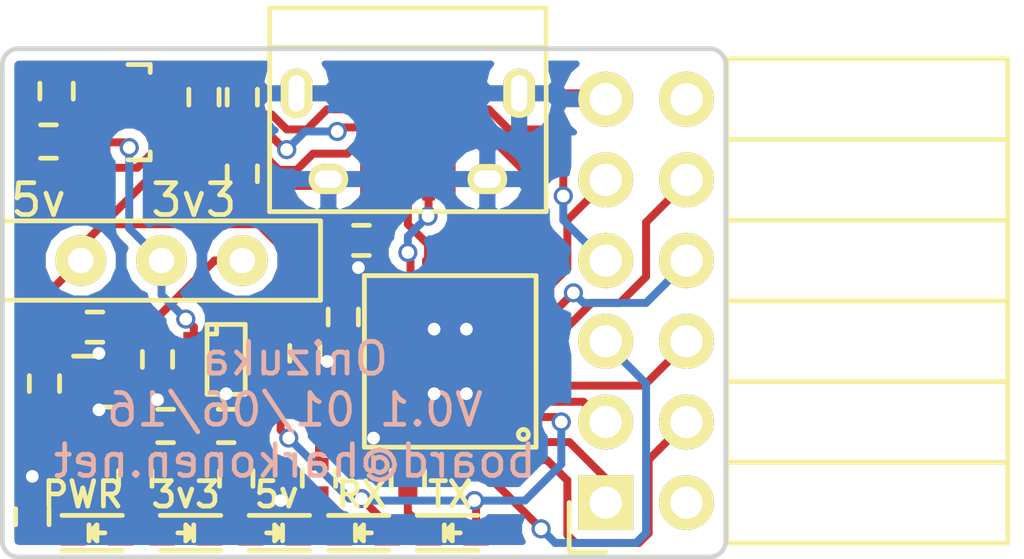
<source format=kicad_pcb>
(kicad_pcb (version 4) (host pcbnew 4.1.0-alpha+201605292346+6852~44~ubuntu16.04.1-product)

  (general
    (links 75)
    (no_connects 0)
    (area 42.924999 19.924999 65.825001 36.075001)
    (thickness 1.6)
    (drawings 11)
    (tracks 303)
    (zones 0)
    (modules 30)
    (nets 29)
  )

  (page A4)
  (layers
    (0 F.Cu signal)
    (31 B.Cu signal)
    (32 B.Adhes user)
    (33 F.Adhes user)
    (34 B.Paste user)
    (35 F.Paste user)
    (36 B.SilkS user)
    (37 F.SilkS user)
    (38 B.Mask user)
    (39 F.Mask user)
    (40 Dwgs.User user)
    (41 Cmts.User user)
    (42 Eco1.User user)
    (43 Eco2.User user)
    (44 Edge.Cuts user)
    (45 Margin user)
    (46 B.CrtYd user)
    (47 F.CrtYd user)
    (48 B.Fab user)
    (49 F.Fab user)
  )

  (setup
    (last_trace_width 0.25)
    (user_trace_width 0.2)
    (user_trace_width 0.3)
    (user_trace_width 0.4)
    (user_trace_width 0.5)
    (user_trace_width 0.8)
    (user_trace_width 1)
    (trace_clearance 0.2)
    (zone_clearance 0.3)
    (zone_45_only yes)
    (trace_min 0.2)
    (segment_width 0.2)
    (edge_width 0.15)
    (via_size 0.6)
    (via_drill 0.4)
    (via_min_size 0.4)
    (via_min_drill 0.3)
    (uvia_size 0.3)
    (uvia_drill 0.1)
    (uvias_allowed no)
    (uvia_min_size 0.2)
    (uvia_min_drill 0.1)
    (pcb_text_width 0.3)
    (pcb_text_size 1.5 1.5)
    (mod_edge_width 0.15)
    (mod_text_size 1 1)
    (mod_text_width 0.15)
    (pad_size 3.6576 2.032)
    (pad_drill 0)
    (pad_to_mask_clearance 0)
    (aux_axis_origin 0 0)
    (visible_elements 7FFFFF7F)
    (pcbplotparams
      (layerselection 0x00030_80000001)
      (usegerberextensions false)
      (excludeedgelayer true)
      (linewidth 0.100000)
      (plotframeref false)
      (viasonmask false)
      (mode 1)
      (useauxorigin false)
      (hpglpennumber 1)
      (hpglpenspeed 20)
      (hpglpendiameter 15)
      (psnegative false)
      (psa4output false)
      (plotreference true)
      (plotvalue true)
      (plotinvisibletext false)
      (padsonsilk false)
      (subtractmaskfromsilk false)
      (outputformat 1)
      (mirror false)
      (drillshape 1)
      (scaleselection 1)
      (outputdirectory ""))
  )

  (net 0 "")
  (net 1 "Net-(C1-Pad1)")
  (net 2 GND)
  (net 3 +5V)
  (net 4 /PWROUT)
  (net 5 "Net-(C5-Pad2)")
  (net 6 /VCCIO)
  (net 7 "Net-(D1-Pad1)")
  (net 8 "Net-(D2-Pad1)")
  (net 9 "Net-(D3-Pad1)")
  (net 10 "Net-(D4-Pad2)")
  (net 11 "Net-(D5-Pad2)")
  (net 12 /PWREN)
  (net 13 /RXLED)
  (net 14 /TXLED)
  (net 15 +3V3)
  (net 16 /RXD)
  (net 17 /RI)
  (net 18 /DSR)
  (net 19 /DCD)
  (net 20 /CTS)
  (net 21 /TXD)
  (net 22 /DTR)
  (net 23 /RTS)
  (net 24 /USBD+)
  (net 25 /USBD-)
  (net 26 /LEDCTRL)
  (net 27 "Net-(C9-Pad2)")
  (net 28 "Net-(IC2-Pad3)")

  (net_class Default "This is the default net class."
    (clearance 0.2)
    (trace_width 0.25)
    (via_dia 0.6)
    (via_drill 0.4)
    (uvia_dia 0.3)
    (uvia_drill 0.1)
    (add_net +3V3)
    (add_net +5V)
    (add_net /CTS)
    (add_net /DCD)
    (add_net /DSR)
    (add_net /DTR)
    (add_net /LEDCTRL)
    (add_net /PWREN)
    (add_net /PWROUT)
    (add_net /RI)
    (add_net /RTS)
    (add_net /RXD)
    (add_net /RXLED)
    (add_net /TXD)
    (add_net /TXLED)
    (add_net /USBD+)
    (add_net /USBD-)
    (add_net /VCCIO)
    (add_net GND)
    (add_net "Net-(C1-Pad1)")
    (add_net "Net-(C5-Pad2)")
    (add_net "Net-(C9-Pad2)")
    (add_net "Net-(D1-Pad1)")
    (add_net "Net-(D2-Pad1)")
    (add_net "Net-(D3-Pad1)")
    (add_net "Net-(D4-Pad2)")
    (add_net "Net-(D5-Pad2)")
    (add_net "Net-(IC2-Pad3)")
  )

  (module Socket_Strips:Socket_Strip_Angled_2x06 (layer F.Cu) (tedit 575094C8) (tstamp 575059EB)
    (at 61.976 34.29 90)
    (descr "Through hole socket strip")
    (tags "socket strip")
    (path /57438536)
    (fp_text reference P2 (at 0 -4.6 90) (layer F.SilkS) hide
      (effects (font (size 1 1) (thickness 0.15)))
    )
    (fp_text value FTDI (at 0 -2.6 90) (layer F.Fab) hide
      (effects (font (size 1 1) (thickness 0.15)))
    )
    (fp_line (start -1.75 -1.35) (end -1.75 13.15) (layer F.CrtYd) (width 0.05))
    (fp_line (start 14.45 -1.35) (end 14.45 13.15) (layer F.CrtYd) (width 0.05))
    (fp_line (start -1.75 -1.35) (end 14.45 -1.35) (layer F.CrtYd) (width 0.05))
    (fp_line (start -1.75 13.15) (end 14.45 13.15) (layer F.CrtYd) (width 0.05))
    (fp_line (start 13.97 12.64) (end 13.97 3.81) (layer F.SilkS) (width 0.15))
    (fp_line (start 11.43 12.64) (end 13.97 12.64) (layer F.SilkS) (width 0.15))
    (fp_line (start 11.43 3.81) (end 13.97 3.81) (layer F.SilkS) (width 0.15))
    (fp_line (start 13.97 3.81) (end 13.97 12.64) (layer F.SilkS) (width 0.15))
    (fp_line (start 11.43 3.81) (end 11.43 12.64) (layer F.SilkS) (width 0.15))
    (fp_line (start 8.89 3.81) (end 11.43 3.81) (layer F.SilkS) (width 0.15))
    (fp_line (start 8.89 12.64) (end 11.43 12.64) (layer F.SilkS) (width 0.15))
    (fp_line (start 11.43 12.64) (end 11.43 3.81) (layer F.SilkS) (width 0.15))
    (fp_line (start 8.89 12.64) (end 8.89 3.81) (layer F.SilkS) (width 0.15))
    (fp_line (start 6.35 12.64) (end 8.89 12.64) (layer F.SilkS) (width 0.15))
    (fp_line (start 6.35 3.81) (end 8.89 3.81) (layer F.SilkS) (width 0.15))
    (fp_line (start 8.89 3.81) (end 8.89 12.64) (layer F.SilkS) (width 0.15))
    (fp_line (start 6.35 3.81) (end 6.35 12.64) (layer F.SilkS) (width 0.15))
    (fp_line (start 3.81 3.81) (end 6.35 3.81) (layer F.SilkS) (width 0.15))
    (fp_line (start 3.81 12.64) (end 6.35 12.64) (layer F.SilkS) (width 0.15))
    (fp_line (start 6.35 12.64) (end 6.35 3.81) (layer F.SilkS) (width 0.15))
    (fp_line (start 3.81 12.64) (end 3.81 3.81) (layer F.SilkS) (width 0.15))
    (fp_line (start 1.27 12.64) (end 3.81 12.64) (layer F.SilkS) (width 0.15))
    (fp_line (start 1.27 3.81) (end 3.81 3.81) (layer F.SilkS) (width 0.15))
    (fp_line (start 3.81 3.81) (end 3.81 12.64) (layer F.SilkS) (width 0.15))
    (fp_line (start 1.27 3.81) (end 1.27 12.64) (layer F.SilkS) (width 0.15))
    (fp_line (start -1.27 3.81) (end 1.27 3.81) (layer F.SilkS) (width 0.15))
    (fp_line (start 0 -1.15) (end -1.55 -1.15) (layer F.SilkS) (width 0.15))
    (fp_line (start -1.55 -1.15) (end -1.55 0) (layer F.SilkS) (width 0.15))
    (fp_line (start -1.27 3.81) (end -1.27 12.64) (layer F.SilkS) (width 0.15))
    (fp_line (start -1.27 12.64) (end 1.27 12.64) (layer F.SilkS) (width 0.15))
    (fp_line (start 1.27 12.64) (end 1.27 3.81) (layer F.SilkS) (width 0.15))
    (pad 1 thru_hole rect (at 0 0 90) (size 1.7272 1.7272) (drill 1.016) (layers *.Cu *.Mask F.SilkS)
      (net 23 /RTS))
    (pad 2 thru_hole oval (at 0 2.54 90) (size 1.7272 1.7272) (drill 1.016) (layers *.Cu *.Mask F.SilkS))
    (pad 3 thru_hole oval (at 2.54 0 90) (size 1.7272 1.7272) (drill 1.016) (layers *.Cu *.Mask F.SilkS)
      (net 16 /RXD))
    (pad 4 thru_hole oval (at 2.54 2.54 90) (size 1.7272 1.7272) (drill 1.016) (layers *.Cu *.Mask F.SilkS)
      (net 22 /DTR))
    (pad 5 thru_hole oval (at 5.08 0 90) (size 1.7272 1.7272) (drill 1.016) (layers *.Cu *.Mask F.SilkS)
      (net 21 /TXD))
    (pad 6 thru_hole oval (at 5.08 2.54 90) (size 1.7272 1.7272) (drill 1.016) (layers *.Cu *.Mask F.SilkS)
      (net 17 /RI))
    (pad 7 thru_hole oval (at 7.62 0 90) (size 1.7272 1.7272) (drill 1.016) (layers *.Cu *.Mask F.SilkS)
      (net 4 /PWROUT))
    (pad 8 thru_hole oval (at 7.62 2.54 90) (size 1.7272 1.7272) (drill 1.016) (layers *.Cu *.Mask F.SilkS)
      (net 19 /DCD))
    (pad 9 thru_hole oval (at 10.16 0 90) (size 1.7272 1.7272) (drill 1.016) (layers *.Cu *.Mask F.SilkS)
      (net 20 /CTS))
    (pad 10 thru_hole oval (at 10.16 2.54 90) (size 1.7272 1.7272) (drill 1.016) (layers *.Cu *.Mask F.SilkS)
      (net 18 /DSR))
    (pad 11 thru_hole oval (at 12.7 0 90) (size 1.7272 1.7272) (drill 1.016) (layers *.Cu *.Mask F.SilkS)
      (net 2 GND))
    (pad 12 thru_hole oval (at 12.7 2.54 90) (size 1.7272 1.7272) (drill 1.016) (layers *.Cu *.Mask F.SilkS))
    (model Socket_Strips.3dshapes/Socket_Strip_Angled_2x06.wrl
      (at (xyz 0.25 -0.05 0))
      (scale (xyz 1 1 1))
      (rotate (xyz 0 0 180))
    )
  )

  (module LEDs:LED_0603 (layer F.Cu) (tedit 574DE290) (tstamp 573F3828)
    (at 57.15 35.2425)
    (descr "LED 0603 smd package")
    (tags "LED led 0603 SMD smd SMT smt smdled SMDLED smtled SMTLED")
    (path /573F1ABF)
    (attr smd)
    (fp_text reference D1 (at 0 -1.5) (layer F.SilkS) hide
      (effects (font (size 1 1) (thickness 0.15)))
    )
    (fp_text value TX (at -0.0635 -1.2065 180) (layer F.SilkS)
      (effects (font (size 0.8 0.8) (thickness 0.15)))
    )
    (fp_line (start -1.1 0.55) (end 0.8 0.55) (layer F.SilkS) (width 0.15))
    (fp_line (start -1.1 -0.55) (end 0.8 -0.55) (layer F.SilkS) (width 0.15))
    (fp_line (start -0.2 0) (end 0.25 0) (layer F.SilkS) (width 0.15))
    (fp_line (start -0.25 -0.25) (end -0.25 0.25) (layer F.SilkS) (width 0.15))
    (fp_line (start -0.25 0) (end 0 -0.25) (layer F.SilkS) (width 0.15))
    (fp_line (start 0 -0.25) (end 0 0.25) (layer F.SilkS) (width 0.15))
    (fp_line (start 0 0.25) (end -0.25 0) (layer F.SilkS) (width 0.15))
    (fp_line (start 1.4 -0.75) (end 1.4 0.75) (layer F.CrtYd) (width 0.05))
    (fp_line (start 1.4 0.75) (end -1.4 0.75) (layer F.CrtYd) (width 0.05))
    (fp_line (start -1.4 0.75) (end -1.4 -0.75) (layer F.CrtYd) (width 0.05))
    (fp_line (start -1.4 -0.75) (end 1.4 -0.75) (layer F.CrtYd) (width 0.05))
    (pad 2 smd rect (at 0.7493 0 180) (size 0.79756 0.79756) (layers F.Cu F.Paste F.Mask)
      (net 6 /VCCIO))
    (pad 1 smd rect (at -0.7493 0 180) (size 0.79756 0.79756) (layers F.Cu F.Paste F.Mask)
      (net 7 "Net-(D1-Pad1)"))
    (model LEDs.3dshapes/LED_0603.wrl
      (at (xyz 0 0 0))
      (scale (xyz 1 1 1))
      (rotate (xyz 0 0 180))
    )
  )

  (module LEDs:LED_0603 (layer F.Cu) (tedit 574F10E6) (tstamp 573F3839)
    (at 54.356 35.2425)
    (descr "LED 0603 smd package")
    (tags "LED led 0603 SMD smd SMT smt smdled SMDLED smtled SMTLED")
    (path /573F1CDC)
    (attr smd)
    (fp_text reference D2 (at 0 -1.5) (layer F.SilkS) hide
      (effects (font (size 1 1) (thickness 0.15)))
    )
    (fp_text value RX (at -0.0635 -1.2065 180) (layer F.SilkS)
      (effects (font (size 0.8 0.8) (thickness 0.15)))
    )
    (fp_line (start -1.1 0.55) (end 0.8 0.55) (layer F.SilkS) (width 0.15))
    (fp_line (start -1.1 -0.55) (end 0.8 -0.55) (layer F.SilkS) (width 0.15))
    (fp_line (start -0.2 0) (end 0.25 0) (layer F.SilkS) (width 0.15))
    (fp_line (start -0.25 -0.25) (end -0.25 0.25) (layer F.SilkS) (width 0.15))
    (fp_line (start -0.25 0) (end 0 -0.25) (layer F.SilkS) (width 0.15))
    (fp_line (start 0 -0.25) (end 0 0.25) (layer F.SilkS) (width 0.15))
    (fp_line (start 0 0.25) (end -0.25 0) (layer F.SilkS) (width 0.15))
    (fp_line (start 1.4 -0.75) (end 1.4 0.75) (layer F.CrtYd) (width 0.05))
    (fp_line (start 1.4 0.75) (end -1.4 0.75) (layer F.CrtYd) (width 0.05))
    (fp_line (start -1.4 0.75) (end -1.4 -0.75) (layer F.CrtYd) (width 0.05))
    (fp_line (start -1.4 -0.75) (end 1.4 -0.75) (layer F.CrtYd) (width 0.05))
    (pad 2 smd rect (at 0.7493 0 180) (size 0.79756 0.79756) (layers F.Cu F.Paste F.Mask)
      (net 6 /VCCIO))
    (pad 1 smd rect (at -0.7493 0 180) (size 0.79756 0.79756) (layers F.Cu F.Paste F.Mask)
      (net 8 "Net-(D2-Pad1)"))
    (model LEDs.3dshapes/LED_0603.wrl
      (at (xyz 0 0 0))
      (scale (xyz 1 1 1))
      (rotate (xyz 0 0 180))
    )
  )

  (module LEDs:LED_0603 (layer F.Cu) (tedit 574F10DB) (tstamp 573F384A)
    (at 45.974 35.2425)
    (descr "LED 0603 smd package")
    (tags "LED led 0603 SMD smd SMT smt smdled SMDLED smtled SMTLED")
    (path /573F1C8C)
    (attr smd)
    (fp_text reference D3 (at 0 -1.5) (layer F.SilkS) hide
      (effects (font (size 1 1) (thickness 0.15)))
    )
    (fp_text value PWR (at -0.4445 -1.2065 180) (layer F.SilkS)
      (effects (font (size 0.8 0.8) (thickness 0.15)))
    )
    (fp_line (start -1.1 0.55) (end 0.8 0.55) (layer F.SilkS) (width 0.15))
    (fp_line (start -1.1 -0.55) (end 0.8 -0.55) (layer F.SilkS) (width 0.15))
    (fp_line (start -0.2 0) (end 0.25 0) (layer F.SilkS) (width 0.15))
    (fp_line (start -0.25 -0.25) (end -0.25 0.25) (layer F.SilkS) (width 0.15))
    (fp_line (start -0.25 0) (end 0 -0.25) (layer F.SilkS) (width 0.15))
    (fp_line (start 0 -0.25) (end 0 0.25) (layer F.SilkS) (width 0.15))
    (fp_line (start 0 0.25) (end -0.25 0) (layer F.SilkS) (width 0.15))
    (fp_line (start 1.4 -0.75) (end 1.4 0.75) (layer F.CrtYd) (width 0.05))
    (fp_line (start 1.4 0.75) (end -1.4 0.75) (layer F.CrtYd) (width 0.05))
    (fp_line (start -1.4 0.75) (end -1.4 -0.75) (layer F.CrtYd) (width 0.05))
    (fp_line (start -1.4 -0.75) (end 1.4 -0.75) (layer F.CrtYd) (width 0.05))
    (pad 2 smd rect (at 0.7493 0 180) (size 0.79756 0.79756) (layers F.Cu F.Paste F.Mask)
      (net 3 +5V))
    (pad 1 smd rect (at -0.7493 0 180) (size 0.79756 0.79756) (layers F.Cu F.Paste F.Mask)
      (net 9 "Net-(D3-Pad1)"))
    (model LEDs.3dshapes/LED_0603.wrl
      (at (xyz 0 0 0))
      (scale (xyz 1 1 1))
      (rotate (xyz 0 0 180))
    )
  )

  (module LEDs:LED_0603 (layer F.Cu) (tedit 574F10DE) (tstamp 573F385B)
    (at 48.768 35.2425 180)
    (descr "LED 0603 smd package")
    (tags "LED led 0603 SMD smd SMT smt smdled SMDLED smtled SMTLED")
    (path /573F2F94)
    (attr smd)
    (fp_text reference D4 (at 0 -1.5 180) (layer F.SilkS) hide
      (effects (font (size 1 1) (thickness 0.15)))
    )
    (fp_text value 3v3 (at 0 1.2065) (layer F.SilkS)
      (effects (font (size 0.8 0.8) (thickness 0.15)))
    )
    (fp_line (start -1.1 0.55) (end 0.8 0.55) (layer F.SilkS) (width 0.15))
    (fp_line (start -1.1 -0.55) (end 0.8 -0.55) (layer F.SilkS) (width 0.15))
    (fp_line (start -0.2 0) (end 0.25 0) (layer F.SilkS) (width 0.15))
    (fp_line (start -0.25 -0.25) (end -0.25 0.25) (layer F.SilkS) (width 0.15))
    (fp_line (start -0.25 0) (end 0 -0.25) (layer F.SilkS) (width 0.15))
    (fp_line (start 0 -0.25) (end 0 0.25) (layer F.SilkS) (width 0.15))
    (fp_line (start 0 0.25) (end -0.25 0) (layer F.SilkS) (width 0.15))
    (fp_line (start 1.4 -0.75) (end 1.4 0.75) (layer F.CrtYd) (width 0.05))
    (fp_line (start 1.4 0.75) (end -1.4 0.75) (layer F.CrtYd) (width 0.05))
    (fp_line (start -1.4 0.75) (end -1.4 -0.75) (layer F.CrtYd) (width 0.05))
    (fp_line (start -1.4 -0.75) (end 1.4 -0.75) (layer F.CrtYd) (width 0.05))
    (pad 2 smd rect (at 0.7493 0) (size 0.79756 0.79756) (layers F.Cu F.Paste F.Mask)
      (net 10 "Net-(D4-Pad2)"))
    (pad 1 smd rect (at -0.7493 0) (size 0.79756 0.79756) (layers F.Cu F.Paste F.Mask)
      (net 26 /LEDCTRL))
    (model LEDs.3dshapes/LED_0603.wrl
      (at (xyz 0 0 0))
      (scale (xyz 1 1 1))
      (rotate (xyz 0 0 180))
    )
  )

  (module LEDs:LED_0603 (layer F.Cu) (tedit 574F10E3) (tstamp 573F386C)
    (at 51.562 35.2425 180)
    (descr "LED 0603 smd package")
    (tags "LED led 0603 SMD smd SMT smt smdled SMDLED smtled SMTLED")
    (path /573F2FEE)
    (attr smd)
    (fp_text reference D5 (at 0 -1.5 180) (layer F.SilkS) hide
      (effects (font (size 1 1) (thickness 0.15)))
    )
    (fp_text value 5v (at -0.0635 1.2065) (layer F.SilkS)
      (effects (font (size 0.8 0.8) (thickness 0.15)))
    )
    (fp_line (start -1.1 0.55) (end 0.8 0.55) (layer F.SilkS) (width 0.15))
    (fp_line (start -1.1 -0.55) (end 0.8 -0.55) (layer F.SilkS) (width 0.15))
    (fp_line (start -0.2 0) (end 0.25 0) (layer F.SilkS) (width 0.15))
    (fp_line (start -0.25 -0.25) (end -0.25 0.25) (layer F.SilkS) (width 0.15))
    (fp_line (start -0.25 0) (end 0 -0.25) (layer F.SilkS) (width 0.15))
    (fp_line (start 0 -0.25) (end 0 0.25) (layer F.SilkS) (width 0.15))
    (fp_line (start 0 0.25) (end -0.25 0) (layer F.SilkS) (width 0.15))
    (fp_line (start 1.4 -0.75) (end 1.4 0.75) (layer F.CrtYd) (width 0.05))
    (fp_line (start 1.4 0.75) (end -1.4 0.75) (layer F.CrtYd) (width 0.05))
    (fp_line (start -1.4 0.75) (end -1.4 -0.75) (layer F.CrtYd) (width 0.05))
    (fp_line (start -1.4 -0.75) (end 1.4 -0.75) (layer F.CrtYd) (width 0.05))
    (pad 2 smd rect (at 0.7493 0) (size 0.79756 0.79756) (layers F.Cu F.Paste F.Mask)
      (net 11 "Net-(D5-Pad2)"))
    (pad 1 smd rect (at -0.7493 0) (size 0.79756 0.79756) (layers F.Cu F.Paste F.Mask)
      (net 2 GND))
    (model LEDs.3dshapes/LED_0603.wrl
      (at (xyz 0 0 0))
      (scale (xyz 1 1 1))
      (rotate (xyz 0 0 180))
    )
  )

  (module TO_SOT_Packages_SMD:SC-70-5 (layer F.Cu) (tedit 574393AA) (tstamp 573F38AE)
    (at 50.038 29.7815 270)
    (descr "SC70-5 SOT323-5")
    (path /573F2BE5)
    (attr smd)
    (fp_text reference IC2 (at 1.5 -0.4 270) (layer F.SilkS) hide
      (effects (font (size 1 1) (thickness 0.15)))
    )
    (fp_text value ADCMP371 (at 2.2 0.3 270) (layer F.Fab) hide
      (effects (font (size 1 1) (thickness 0.15)))
    )
    (fp_line (start -1.1 0.3) (end -0.8 0.3) (layer F.SilkS) (width 0.15))
    (fp_line (start -0.8 0.3) (end -0.8 0.6) (layer F.SilkS) (width 0.15))
    (fp_line (start 1.1 -0.6) (end -1.1 -0.6) (layer F.SilkS) (width 0.15))
    (fp_line (start -1.1 -0.6) (end -1.1 0.6) (layer F.SilkS) (width 0.15))
    (fp_line (start -1.1 0.6) (end 1.1 0.6) (layer F.SilkS) (width 0.15))
    (fp_line (start 1.1 0.6) (end 1.1 -0.6) (layer F.SilkS) (width 0.15))
    (pad 1 smd rect (at -0.6604 1.016 270) (size 0.4064 0.6604) (layers F.Cu F.Paste F.Mask)
      (net 6 /VCCIO))
    (pad 3 smd rect (at 0.6604 1.016 270) (size 0.4064 0.6604) (layers F.Cu F.Paste F.Mask)
      (net 28 "Net-(IC2-Pad3)"))
    (pad 2 smd rect (at 0 1.016 270) (size 0.4064 0.6604) (layers F.Cu F.Paste F.Mask)
      (net 2 GND))
    (pad 4 smd rect (at 0.6604 -1.016 270) (size 0.4064 0.6604) (layers F.Cu F.Paste F.Mask)
      (net 26 /LEDCTRL))
    (pad 5 smd rect (at -0.6604 -1.016 270) (size 0.4064 0.6604) (layers F.Cu F.Paste F.Mask)
      (net 3 +5V))
    (model TO_SOT_Packages_SMD.3dshapes/SC-70-5.wrl
      (at (xyz 0 0 0))
      (scale (xyz 1 1 1))
      (rotate (xyz 0 0 0))
    )
  )

  (module Connect:USB_Micro-B (layer F.Cu) (tedit 57439A94) (tstamp 573F38C4)
    (at 55.753 22.5425 180)
    (descr "Micro USB Type B Receptacle")
    (tags "USB USB_B USB_micro USB_OTG")
    (path /573F0976)
    (attr smd)
    (fp_text reference P1 (at 0 -3.45 180) (layer F.SilkS) hide
      (effects (font (size 1 1) (thickness 0.15)))
    )
    (fp_text value USB_OTG (at 0 4.8 180) (layer F.Fab) hide
      (effects (font (size 1 1) (thickness 0.15)))
    )
    (fp_line (start -4.6 -2.8) (end 4.6 -2.8) (layer F.CrtYd) (width 0.05))
    (fp_line (start 4.6 -2.8) (end 4.6 4.05) (layer F.CrtYd) (width 0.05))
    (fp_line (start 4.6 4.05) (end -4.6 4.05) (layer F.CrtYd) (width 0.05))
    (fp_line (start -4.6 4.05) (end -4.6 -2.8) (layer F.CrtYd) (width 0.05))
    (fp_line (start -4.3509 3.81746) (end 4.3491 3.81746) (layer F.SilkS) (width 0.15))
    (fp_line (start -4.3509 -2.58754) (end 4.3491 -2.58754) (layer F.SilkS) (width 0.15))
    (fp_line (start 4.3491 -2.58754) (end 4.3491 3.81746) (layer F.SilkS) (width 0.15))
    (fp_line (start 4.3491 2.58746) (end -4.3509 2.58746) (layer F.SilkS) (width 0.15))
    (fp_line (start -4.3509 3.81746) (end -4.3509 -2.58754) (layer F.SilkS) (width 0.15))
    (pad 1 smd rect (at -1.3009 -1.56254 270) (size 1.35 0.4) (layers F.Cu F.Paste F.Mask)
      (net 3 +5V))
    (pad 2 smd rect (at -0.6509 -1.56254 270) (size 1.35 0.4) (layers F.Cu F.Paste F.Mask)
      (net 25 /USBD-))
    (pad 3 smd rect (at -0.0009 -1.56254 270) (size 1.35 0.4) (layers F.Cu F.Paste F.Mask)
      (net 24 /USBD+))
    (pad 4 smd rect (at 0.6491 -1.56254 270) (size 1.35 0.4) (layers F.Cu F.Paste F.Mask))
    (pad 5 smd rect (at 1.2991 -1.56254 270) (size 1.35 0.4) (layers F.Cu F.Paste F.Mask)
      (net 2 GND))
    (pad 6 thru_hole oval (at -2.5009 -1.56254 270) (size 0.95 1.25) (drill oval 0.55 0.85) (layers *.Cu *.Mask F.SilkS)
      (net 2 GND))
    (pad 6 thru_hole oval (at 2.4991 -1.56254 270) (size 0.95 1.25) (drill oval 0.55 0.85) (layers *.Cu *.Mask F.SilkS)
      (net 2 GND))
    (pad 6 thru_hole oval (at -3.5009 1.13746 270) (size 1.55 1) (drill oval 1.15 0.5) (layers *.Cu *.Mask F.SilkS)
      (net 2 GND))
    (pad 6 thru_hole oval (at 3.4991 1.13746 270) (size 1.55 1) (drill oval 1.15 0.5) (layers *.Cu *.Mask F.SilkS)
      (net 2 GND))
  )

  (module Capacitors_SMD:C_0402 (layer F.Cu) (tedit 574DB455) (tstamp 574CCC79)
    (at 54.2925 26.035 180)
    (descr "Capacitor SMD 0402, reflow soldering, AVX (see smccp.pdf)")
    (tags "capacitor 0402")
    (path /573F13B7)
    (attr smd)
    (fp_text reference C1 (at 0 -1.7 180) (layer F.SilkS) hide
      (effects (font (size 1 1) (thickness 0.15)))
    )
    (fp_text value 100n (at 0 1.7 180) (layer F.Fab) hide
      (effects (font (size 1 1) (thickness 0.15)))
    )
    (fp_line (start -1.15 -0.6) (end 1.15 -0.6) (layer F.CrtYd) (width 0.05))
    (fp_line (start -1.15 0.6) (end 1.15 0.6) (layer F.CrtYd) (width 0.05))
    (fp_line (start -1.15 -0.6) (end -1.15 0.6) (layer F.CrtYd) (width 0.05))
    (fp_line (start 1.15 -0.6) (end 1.15 0.6) (layer F.CrtYd) (width 0.05))
    (fp_line (start 0.25 -0.475) (end -0.25 -0.475) (layer F.SilkS) (width 0.15))
    (fp_line (start -0.25 0.475) (end 0.25 0.475) (layer F.SilkS) (width 0.15))
    (pad 1 smd rect (at -0.55 0 180) (size 0.6 0.5) (layers F.Cu F.Paste F.Mask)
      (net 1 "Net-(C1-Pad1)"))
    (pad 2 smd rect (at 0.55 0 180) (size 0.6 0.5) (layers F.Cu F.Paste F.Mask)
      (net 2 GND))
    (model Capacitors_SMD.3dshapes/C_0402.wrl
      (at (xyz 0 0 0))
      (scale (xyz 1 1 1))
      (rotate (xyz 0 0 0))
    )
  )

  (module Capacitors_SMD:C_0402 (layer F.Cu) (tedit 574DB3AE) (tstamp 574CCC9A)
    (at 52.5145 29.591 270)
    (descr "Capacitor SMD 0402, reflow soldering, AVX (see smccp.pdf)")
    (tags "capacitor 0402")
    (path /573F233D)
    (attr smd)
    (fp_text reference C4 (at 0 -1.7 270) (layer F.SilkS) hide
      (effects (font (size 1 1) (thickness 0.15)))
    )
    (fp_text value 100n (at 0 1.7 270) (layer F.Fab) hide
      (effects (font (size 1 1) (thickness 0.15)))
    )
    (fp_line (start -1.15 -0.6) (end 1.15 -0.6) (layer F.CrtYd) (width 0.05))
    (fp_line (start -1.15 0.6) (end 1.15 0.6) (layer F.CrtYd) (width 0.05))
    (fp_line (start -1.15 -0.6) (end -1.15 0.6) (layer F.CrtYd) (width 0.05))
    (fp_line (start 1.15 -0.6) (end 1.15 0.6) (layer F.CrtYd) (width 0.05))
    (fp_line (start 0.25 -0.475) (end -0.25 -0.475) (layer F.SilkS) (width 0.15))
    (fp_line (start -0.25 0.475) (end 0.25 0.475) (layer F.SilkS) (width 0.15))
    (pad 1 smd rect (at -0.55 0 270) (size 0.6 0.5) (layers F.Cu F.Paste F.Mask)
      (net 3 +5V))
    (pad 2 smd rect (at 0.55 0 270) (size 0.6 0.5) (layers F.Cu F.Paste F.Mask)
      (net 2 GND))
    (model Capacitors_SMD.3dshapes/C_0402.wrl
      (at (xyz 0 0 0))
      (scale (xyz 1 1 1))
      (rotate (xyz 0 0 0))
    )
  )

  (module Resistors_SMD:R_0402 (layer F.Cu) (tedit 574DB379) (tstamp 574CCCBB)
    (at 55.753 33.528 90)
    (descr "Resistor SMD 0402, reflow soldering, Vishay (see dcrcw.pdf)")
    (tags "resistor 0402")
    (path /573F1BB2)
    (attr smd)
    (fp_text reference R1 (at 0 -1.8 90) (layer F.SilkS) hide
      (effects (font (size 1 1) (thickness 0.15)))
    )
    (fp_text value 1k (at 0 1.8 90) (layer F.Fab) hide
      (effects (font (size 1 1) (thickness 0.15)))
    )
    (fp_line (start -0.95 -0.65) (end 0.95 -0.65) (layer F.CrtYd) (width 0.05))
    (fp_line (start -0.95 0.65) (end 0.95 0.65) (layer F.CrtYd) (width 0.05))
    (fp_line (start -0.95 -0.65) (end -0.95 0.65) (layer F.CrtYd) (width 0.05))
    (fp_line (start 0.95 -0.65) (end 0.95 0.65) (layer F.CrtYd) (width 0.05))
    (fp_line (start 0.25 -0.525) (end -0.25 -0.525) (layer F.SilkS) (width 0.15))
    (fp_line (start -0.25 0.525) (end 0.25 0.525) (layer F.SilkS) (width 0.15))
    (pad 1 smd rect (at -0.45 0 90) (size 0.4 0.6) (layers F.Cu F.Paste F.Mask)
      (net 7 "Net-(D1-Pad1)"))
    (pad 2 smd rect (at 0.45 0 90) (size 0.4 0.6) (layers F.Cu F.Paste F.Mask)
      (net 14 /TXLED))
    (model Resistors_SMD.3dshapes/R_0402.wrl
      (at (xyz 0 0 0))
      (scale (xyz 1 1 1))
      (rotate (xyz 0 0 0))
    )
  )

  (module Resistors_SMD:R_0402 (layer F.Cu) (tedit 574DB37D) (tstamp 574CCCC6)
    (at 52.959 33.528 90)
    (descr "Resistor SMD 0402, reflow soldering, Vishay (see dcrcw.pdf)")
    (tags "resistor 0402")
    (path /573F1CE2)
    (attr smd)
    (fp_text reference R2 (at 0 -1.8 90) (layer F.SilkS) hide
      (effects (font (size 1 1) (thickness 0.15)))
    )
    (fp_text value 1k (at 0 1.8 90) (layer F.Fab) hide
      (effects (font (size 1 1) (thickness 0.15)))
    )
    (fp_line (start -0.95 -0.65) (end 0.95 -0.65) (layer F.CrtYd) (width 0.05))
    (fp_line (start -0.95 0.65) (end 0.95 0.65) (layer F.CrtYd) (width 0.05))
    (fp_line (start -0.95 -0.65) (end -0.95 0.65) (layer F.CrtYd) (width 0.05))
    (fp_line (start 0.95 -0.65) (end 0.95 0.65) (layer F.CrtYd) (width 0.05))
    (fp_line (start 0.25 -0.525) (end -0.25 -0.525) (layer F.SilkS) (width 0.15))
    (fp_line (start -0.25 0.525) (end 0.25 0.525) (layer F.SilkS) (width 0.15))
    (pad 1 smd rect (at -0.45 0 90) (size 0.4 0.6) (layers F.Cu F.Paste F.Mask)
      (net 8 "Net-(D2-Pad1)"))
    (pad 2 smd rect (at 0.45 0 90) (size 0.4 0.6) (layers F.Cu F.Paste F.Mask)
      (net 13 /RXLED))
    (model Resistors_SMD.3dshapes/R_0402.wrl
      (at (xyz 0 0 0))
      (scale (xyz 1 1 1))
      (rotate (xyz 0 0 0))
    )
  )

  (module Resistors_SMD:R_0402 (layer F.Cu) (tedit 574DB39B) (tstamp 574CCCD1)
    (at 43.942 34.7345 90)
    (descr "Resistor SMD 0402, reflow soldering, Vishay (see dcrcw.pdf)")
    (tags "resistor 0402")
    (path /573F1C92)
    (attr smd)
    (fp_text reference R3 (at 0 -1.8 90) (layer F.SilkS) hide
      (effects (font (size 1 1) (thickness 0.15)))
    )
    (fp_text value 1k (at 0 1.8 90) (layer F.Fab) hide
      (effects (font (size 1 1) (thickness 0.15)))
    )
    (fp_line (start -0.95 -0.65) (end 0.95 -0.65) (layer F.CrtYd) (width 0.05))
    (fp_line (start -0.95 0.65) (end 0.95 0.65) (layer F.CrtYd) (width 0.05))
    (fp_line (start -0.95 -0.65) (end -0.95 0.65) (layer F.CrtYd) (width 0.05))
    (fp_line (start 0.95 -0.65) (end 0.95 0.65) (layer F.CrtYd) (width 0.05))
    (fp_line (start 0.25 -0.525) (end -0.25 -0.525) (layer F.SilkS) (width 0.15))
    (fp_line (start -0.25 0.525) (end 0.25 0.525) (layer F.SilkS) (width 0.15))
    (pad 1 smd rect (at -0.45 0 90) (size 0.4 0.6) (layers F.Cu F.Paste F.Mask)
      (net 9 "Net-(D3-Pad1)"))
    (pad 2 smd rect (at 0.45 0 90) (size 0.4 0.6) (layers F.Cu F.Paste F.Mask)
      (net 2 GND))
    (model Resistors_SMD.3dshapes/R_0402.wrl
      (at (xyz 0 0 0))
      (scale (xyz 1 1 1))
      (rotate (xyz 0 0 0))
    )
  )

  (module Resistors_SMD:R_0402 (layer F.Cu) (tedit 574DB32E) (tstamp 574CCCDC)
    (at 44.704 21.336 270)
    (descr "Resistor SMD 0402, reflow soldering, Vishay (see dcrcw.pdf)")
    (tags "resistor 0402")
    (path /573F2159)
    (attr smd)
    (fp_text reference R4 (at 0 -1.8 270) (layer F.SilkS) hide
      (effects (font (size 1 1) (thickness 0.15)))
    )
    (fp_text value 1K (at 0 1.8 270) (layer F.Fab) hide
      (effects (font (size 1 1) (thickness 0.15)))
    )
    (fp_line (start -0.95 -0.65) (end 0.95 -0.65) (layer F.CrtYd) (width 0.05))
    (fp_line (start -0.95 0.65) (end 0.95 0.65) (layer F.CrtYd) (width 0.05))
    (fp_line (start -0.95 -0.65) (end -0.95 0.65) (layer F.CrtYd) (width 0.05))
    (fp_line (start 0.95 -0.65) (end 0.95 0.65) (layer F.CrtYd) (width 0.05))
    (fp_line (start 0.25 -0.525) (end -0.25 -0.525) (layer F.SilkS) (width 0.15))
    (fp_line (start -0.25 0.525) (end 0.25 0.525) (layer F.SilkS) (width 0.15))
    (pad 1 smd rect (at -0.45 0 270) (size 0.4 0.6) (layers F.Cu F.Paste F.Mask)
      (net 5 "Net-(C5-Pad2)"))
    (pad 2 smd rect (at 0.45 0 270) (size 0.4 0.6) (layers F.Cu F.Paste F.Mask)
      (net 12 /PWREN))
    (model Resistors_SMD.3dshapes/R_0402.wrl
      (at (xyz 0 0 0))
      (scale (xyz 1 1 1))
      (rotate (xyz 0 0 0))
    )
  )

  (module Resistors_SMD:R_0402 (layer F.Cu) (tedit 574DB3BC) (tstamp 574CCCE7)
    (at 48.133 31.877)
    (descr "Resistor SMD 0402, reflow soldering, Vishay (see dcrcw.pdf)")
    (tags "resistor 0402")
    (path /573F2D2C)
    (attr smd)
    (fp_text reference R5 (at 0 -1.8) (layer F.SilkS) hide
      (effects (font (size 1 1) (thickness 0.15)))
    )
    (fp_text value 51K (at 0 1.8) (layer F.Fab) hide
      (effects (font (size 1 1) (thickness 0.15)))
    )
    (fp_line (start -0.95 -0.65) (end 0.95 -0.65) (layer F.CrtYd) (width 0.05))
    (fp_line (start -0.95 0.65) (end 0.95 0.65) (layer F.CrtYd) (width 0.05))
    (fp_line (start -0.95 -0.65) (end -0.95 0.65) (layer F.CrtYd) (width 0.05))
    (fp_line (start 0.95 -0.65) (end 0.95 0.65) (layer F.CrtYd) (width 0.05))
    (fp_line (start 0.25 -0.525) (end -0.25 -0.525) (layer F.SilkS) (width 0.15))
    (fp_line (start -0.25 0.525) (end 0.25 0.525) (layer F.SilkS) (width 0.15))
    (pad 1 smd rect (at -0.45 0) (size 0.4 0.6) (layers F.Cu F.Paste F.Mask)
      (net 3 +5V))
    (pad 2 smd rect (at 0.45 0) (size 0.4 0.6) (layers F.Cu F.Paste F.Mask)
      (net 28 "Net-(IC2-Pad3)"))
    (model Resistors_SMD.3dshapes/R_0402.wrl
      (at (xyz 0 0 0))
      (scale (xyz 1 1 1))
      (rotate (xyz 0 0 0))
    )
  )

  (module Resistors_SMD:R_0402 (layer F.Cu) (tedit 574DB3B2) (tstamp 574CCCF2)
    (at 50.038 31.877)
    (descr "Resistor SMD 0402, reflow soldering, Vishay (see dcrcw.pdf)")
    (tags "resistor 0402")
    (path /573F2D69)
    (attr smd)
    (fp_text reference R6 (at 0 -1.8) (layer F.SilkS) hide
      (effects (font (size 1 1) (thickness 0.15)))
    )
    (fp_text value 430K (at 0 1.8) (layer F.Fab) hide
      (effects (font (size 1 1) (thickness 0.15)))
    )
    (fp_line (start -0.95 -0.65) (end 0.95 -0.65) (layer F.CrtYd) (width 0.05))
    (fp_line (start -0.95 0.65) (end 0.95 0.65) (layer F.CrtYd) (width 0.05))
    (fp_line (start -0.95 -0.65) (end -0.95 0.65) (layer F.CrtYd) (width 0.05))
    (fp_line (start 0.95 -0.65) (end 0.95 0.65) (layer F.CrtYd) (width 0.05))
    (fp_line (start 0.25 -0.525) (end -0.25 -0.525) (layer F.SilkS) (width 0.15))
    (fp_line (start -0.25 0.525) (end 0.25 0.525) (layer F.SilkS) (width 0.15))
    (pad 1 smd rect (at -0.45 0) (size 0.4 0.6) (layers F.Cu F.Paste F.Mask)
      (net 28 "Net-(IC2-Pad3)"))
    (pad 2 smd rect (at 0.45 0) (size 0.4 0.6) (layers F.Cu F.Paste F.Mask)
      (net 2 GND))
    (model Resistors_SMD.3dshapes/R_0402.wrl
      (at (xyz 0 0 0))
      (scale (xyz 1 1 1))
      (rotate (xyz 0 0 0))
    )
  )

  (module Resistors_SMD:R_0402 (layer F.Cu) (tedit 574DB3C2) (tstamp 574CCCFD)
    (at 47.1805 33.528 270)
    (descr "Resistor SMD 0402, reflow soldering, Vishay (see dcrcw.pdf)")
    (tags "resistor 0402")
    (path /573F2F80)
    (attr smd)
    (fp_text reference R7 (at 0 -1.8 270) (layer F.SilkS) hide
      (effects (font (size 1 1) (thickness 0.15)))
    )
    (fp_text value 1k (at 0 1.8 270) (layer F.Fab) hide
      (effects (font (size 1 1) (thickness 0.15)))
    )
    (fp_line (start -0.95 -0.65) (end 0.95 -0.65) (layer F.CrtYd) (width 0.05))
    (fp_line (start -0.95 0.65) (end 0.95 0.65) (layer F.CrtYd) (width 0.05))
    (fp_line (start -0.95 -0.65) (end -0.95 0.65) (layer F.CrtYd) (width 0.05))
    (fp_line (start 0.95 -0.65) (end 0.95 0.65) (layer F.CrtYd) (width 0.05))
    (fp_line (start 0.25 -0.525) (end -0.25 -0.525) (layer F.SilkS) (width 0.15))
    (fp_line (start -0.25 0.525) (end 0.25 0.525) (layer F.SilkS) (width 0.15))
    (pad 1 smd rect (at -0.45 0 270) (size 0.4 0.6) (layers F.Cu F.Paste F.Mask)
      (net 3 +5V))
    (pad 2 smd rect (at 0.45 0 270) (size 0.4 0.6) (layers F.Cu F.Paste F.Mask)
      (net 10 "Net-(D4-Pad2)"))
    (model Resistors_SMD.3dshapes/R_0402.wrl
      (at (xyz 0 0 0))
      (scale (xyz 1 1 1))
      (rotate (xyz 0 0 0))
    )
  )

  (module Resistors_SMD:R_0402 (layer F.Cu) (tedit 574DB3B8) (tstamp 574CCD08)
    (at 50.3555 33.528 270)
    (descr "Resistor SMD 0402, reflow soldering, Vishay (see dcrcw.pdf)")
    (tags "resistor 0402")
    (path /573F2FD7)
    (attr smd)
    (fp_text reference R8 (at 0 -1.8 270) (layer F.SilkS) hide
      (effects (font (size 1 1) (thickness 0.15)))
    )
    (fp_text value 1k (at 0 1.8 270) (layer F.Fab) hide
      (effects (font (size 1 1) (thickness 0.15)))
    )
    (fp_line (start -0.95 -0.65) (end 0.95 -0.65) (layer F.CrtYd) (width 0.05))
    (fp_line (start -0.95 0.65) (end 0.95 0.65) (layer F.CrtYd) (width 0.05))
    (fp_line (start -0.95 -0.65) (end -0.95 0.65) (layer F.CrtYd) (width 0.05))
    (fp_line (start 0.95 -0.65) (end 0.95 0.65) (layer F.CrtYd) (width 0.05))
    (fp_line (start 0.25 -0.525) (end -0.25 -0.525) (layer F.SilkS) (width 0.15))
    (fp_line (start -0.25 0.525) (end 0.25 0.525) (layer F.SilkS) (width 0.15))
    (pad 1 smd rect (at -0.45 0 270) (size 0.4 0.6) (layers F.Cu F.Paste F.Mask)
      (net 26 /LEDCTRL))
    (pad 2 smd rect (at 0.45 0 270) (size 0.4 0.6) (layers F.Cu F.Paste F.Mask)
      (net 11 "Net-(D5-Pad2)"))
    (model Resistors_SMD.3dshapes/R_0402.wrl
      (at (xyz 0 0 0))
      (scale (xyz 1 1 1))
      (rotate (xyz 0 0 0))
    )
  )

  (module Resistors_SMD:R_0402 (layer F.Cu) (tedit 574DB35A) (tstamp 574CCD13)
    (at 44.45 22.9235 180)
    (descr "Resistor SMD 0402, reflow soldering, Vishay (see dcrcw.pdf)")
    (tags "resistor 0402")
    (path /5744B5C1)
    (attr smd)
    (fp_text reference R9 (at 0 -1.8 180) (layer F.SilkS) hide
      (effects (font (size 1 1) (thickness 0.15)))
    )
    (fp_text value 10K (at 0 1.8 180) (layer F.Fab) hide
      (effects (font (size 1 1) (thickness 0.15)))
    )
    (fp_line (start -0.95 -0.65) (end 0.95 -0.65) (layer F.CrtYd) (width 0.05))
    (fp_line (start -0.95 0.65) (end 0.95 0.65) (layer F.CrtYd) (width 0.05))
    (fp_line (start -0.95 -0.65) (end -0.95 0.65) (layer F.CrtYd) (width 0.05))
    (fp_line (start 0.95 -0.65) (end 0.95 0.65) (layer F.CrtYd) (width 0.05))
    (fp_line (start 0.25 -0.525) (end -0.25 -0.525) (layer F.SilkS) (width 0.15))
    (fp_line (start -0.25 0.525) (end 0.25 0.525) (layer F.SilkS) (width 0.15))
    (pad 1 smd rect (at -0.45 0 180) (size 0.4 0.6) (layers F.Cu F.Paste F.Mask)
      (net 6 /VCCIO))
    (pad 2 smd rect (at 0.45 0 180) (size 0.4 0.6) (layers F.Cu F.Paste F.Mask)
      (net 12 /PWREN))
    (model Resistors_SMD.3dshapes/R_0402.wrl
      (at (xyz 0 0 0))
      (scale (xyz 1 1 1))
      (rotate (xyz 0 0 0))
    )
  )

  (module Capacitors_SMD:C_0402 (layer F.Cu) (tedit 574DB3C7) (tstamp 574DA971)
    (at 44.323 30.5435 270)
    (descr "Capacitor SMD 0402, reflow soldering, AVX (see smccp.pdf)")
    (tags "capacitor 0402")
    (path /574DABDD)
    (attr smd)
    (fp_text reference C7 (at 0 -1.7 270) (layer F.SilkS) hide
      (effects (font (size 1 1) (thickness 0.15)))
    )
    (fp_text value 1u (at 0 1.7 270) (layer F.Fab) hide
      (effects (font (size 1 1) (thickness 0.15)))
    )
    (fp_line (start -1.15 -0.6) (end 1.15 -0.6) (layer F.CrtYd) (width 0.05))
    (fp_line (start -1.15 0.6) (end 1.15 0.6) (layer F.CrtYd) (width 0.05))
    (fp_line (start -1.15 -0.6) (end -1.15 0.6) (layer F.CrtYd) (width 0.05))
    (fp_line (start 1.15 -0.6) (end 1.15 0.6) (layer F.CrtYd) (width 0.05))
    (fp_line (start 0.25 -0.475) (end -0.25 -0.475) (layer F.SilkS) (width 0.15))
    (fp_line (start -0.25 0.475) (end 0.25 0.475) (layer F.SilkS) (width 0.15))
    (pad 1 smd rect (at -0.55 0 270) (size 0.6 0.5) (layers F.Cu F.Paste F.Mask)
      (net 3 +5V))
    (pad 2 smd rect (at 0.55 0 270) (size 0.6 0.5) (layers F.Cu F.Paste F.Mask)
      (net 2 GND))
    (model Capacitors_SMD.3dshapes/C_0402.wrl
      (at (xyz 0 0 0))
      (scale (xyz 1 1 1))
      (rotate (xyz 0 0 0))
    )
  )

  (module Capacitors_SMD:C_0402 (layer F.Cu) (tedit 574DB446) (tstamp 574DA97D)
    (at 47.879 29.7815 270)
    (descr "Capacitor SMD 0402, reflow soldering, AVX (see smccp.pdf)")
    (tags "capacitor 0402")
    (path /574DAE35)
    (attr smd)
    (fp_text reference C8 (at 0 -1.7 270) (layer F.SilkS) hide
      (effects (font (size 1 1) (thickness 0.15)))
    )
    (fp_text value 1u (at 0 1.7 270) (layer F.Fab) hide
      (effects (font (size 1 1) (thickness 0.15)))
    )
    (fp_line (start -1.15 -0.6) (end 1.15 -0.6) (layer F.CrtYd) (width 0.05))
    (fp_line (start -1.15 0.6) (end 1.15 0.6) (layer F.CrtYd) (width 0.05))
    (fp_line (start -1.15 -0.6) (end -1.15 0.6) (layer F.CrtYd) (width 0.05))
    (fp_line (start 1.15 -0.6) (end 1.15 0.6) (layer F.CrtYd) (width 0.05))
    (fp_line (start 0.25 -0.475) (end -0.25 -0.475) (layer F.SilkS) (width 0.15))
    (fp_line (start -0.25 0.475) (end 0.25 0.475) (layer F.SilkS) (width 0.15))
    (pad 1 smd rect (at -0.55 0 270) (size 0.6 0.5) (layers F.Cu F.Paste F.Mask)
      (net 15 +3V3))
    (pad 2 smd rect (at 0.55 0 270) (size 0.6 0.5) (layers F.Cu F.Paste F.Mask)
      (net 2 GND))
    (model Capacitors_SMD.3dshapes/C_0402.wrl
      (at (xyz 0 0 0))
      (scale (xyz 1 1 1))
      (rotate (xyz 0 0 0))
    )
  )

  (module Capacitors_SMD:C_0402 (layer F.Cu) (tedit 574DB44E) (tstamp 574DA989)
    (at 45.9105 28.7655)
    (descr "Capacitor SMD 0402, reflow soldering, AVX (see smccp.pdf)")
    (tags "capacitor 0402")
    (path /574DAEC1)
    (attr smd)
    (fp_text reference C9 (at 0 -1.7) (layer F.SilkS) hide
      (effects (font (size 1 1) (thickness 0.15)))
    )
    (fp_text value 1u (at 0 1.7) (layer F.Fab) hide
      (effects (font (size 1 1) (thickness 0.15)))
    )
    (fp_line (start -1.15 -0.6) (end 1.15 -0.6) (layer F.CrtYd) (width 0.05))
    (fp_line (start -1.15 0.6) (end 1.15 0.6) (layer F.CrtYd) (width 0.05))
    (fp_line (start -1.15 -0.6) (end -1.15 0.6) (layer F.CrtYd) (width 0.05))
    (fp_line (start 1.15 -0.6) (end 1.15 0.6) (layer F.CrtYd) (width 0.05))
    (fp_line (start 0.25 -0.475) (end -0.25 -0.475) (layer F.SilkS) (width 0.15))
    (fp_line (start -0.25 0.475) (end 0.25 0.475) (layer F.SilkS) (width 0.15))
    (pad 1 smd rect (at -0.55 0) (size 0.6 0.5) (layers F.Cu F.Paste F.Mask)
      (net 2 GND))
    (pad 2 smd rect (at 0.55 0) (size 0.6 0.5) (layers F.Cu F.Paste F.Mask)
      (net 27 "Net-(C9-Pad2)"))
    (model Capacitors_SMD.3dshapes/C_0402.wrl
      (at (xyz 0 0 0))
      (scale (xyz 1 1 1))
      (rotate (xyz 0 0 0))
    )
  )

  (module Capacitors_SMD:C_0402 (layer F.Cu) (tedit 574DB365) (tstamp 574DAE46)
    (at 49.3395 21.5265 90)
    (descr "Capacitor SMD 0402, reflow soldering, AVX (see smccp.pdf)")
    (tags "capacitor 0402")
    (path /573F212F)
    (attr smd)
    (fp_text reference C5 (at 0 -1.7 90) (layer F.SilkS) hide
      (effects (font (size 1 1) (thickness 0.15)))
    )
    (fp_text value 100n (at 0 1.7 90) (layer F.Fab) hide
      (effects (font (size 1 1) (thickness 0.15)))
    )
    (fp_line (start -1.15 -0.6) (end 1.15 -0.6) (layer F.CrtYd) (width 0.05))
    (fp_line (start -1.15 0.6) (end 1.15 0.6) (layer F.CrtYd) (width 0.05))
    (fp_line (start -1.15 -0.6) (end -1.15 0.6) (layer F.CrtYd) (width 0.05))
    (fp_line (start 1.15 -0.6) (end 1.15 0.6) (layer F.CrtYd) (width 0.05))
    (fp_line (start 0.25 -0.475) (end -0.25 -0.475) (layer F.SilkS) (width 0.15))
    (fp_line (start -0.25 0.475) (end 0.25 0.475) (layer F.SilkS) (width 0.15))
    (pad 1 smd rect (at -0.55 0 90) (size 0.6 0.5) (layers F.Cu F.Paste F.Mask)
      (net 4 /PWROUT))
    (pad 2 smd rect (at 0.55 0 90) (size 0.6 0.5) (layers F.Cu F.Paste F.Mask)
      (net 5 "Net-(C5-Pad2)"))
    (model Capacitors_SMD.3dshapes/C_0402.wrl
      (at (xyz 0 0 0))
      (scale (xyz 1 1 1))
      (rotate (xyz 0 0 0))
    )
  )

  (module Capacitors_SMD:C_0402 (layer F.Cu) (tedit 574DB368) (tstamp 574DAE51)
    (at 50.546 21.5265 90)
    (descr "Capacitor SMD 0402, reflow soldering, AVX (see smccp.pdf)")
    (tags "capacitor 0402")
    (path /573F2143)
    (attr smd)
    (fp_text reference C6 (at 0 -1.7 90) (layer F.SilkS) hide
      (effects (font (size 1 1) (thickness 0.15)))
    )
    (fp_text value 100n (at 0 1.7 90) (layer F.Fab) hide
      (effects (font (size 1 1) (thickness 0.15)))
    )
    (fp_line (start -1.15 -0.6) (end 1.15 -0.6) (layer F.CrtYd) (width 0.05))
    (fp_line (start -1.15 0.6) (end 1.15 0.6) (layer F.CrtYd) (width 0.05))
    (fp_line (start -1.15 -0.6) (end -1.15 0.6) (layer F.CrtYd) (width 0.05))
    (fp_line (start 1.15 -0.6) (end 1.15 0.6) (layer F.CrtYd) (width 0.05))
    (fp_line (start 0.25 -0.475) (end -0.25 -0.475) (layer F.SilkS) (width 0.15))
    (fp_line (start -0.25 0.475) (end 0.25 0.475) (layer F.SilkS) (width 0.15))
    (pad 1 smd rect (at -0.55 0 90) (size 0.6 0.5) (layers F.Cu F.Paste F.Mask)
      (net 4 /PWROUT))
    (pad 2 smd rect (at 0.55 0 90) (size 0.6 0.5) (layers F.Cu F.Paste F.Mask)
      (net 2 GND))
    (model Capacitors_SMD.3dshapes/C_0402.wrl
      (at (xyz 0 0 0))
      (scale (xyz 1 1 1))
      (rotate (xyz 0 0 0))
    )
  )

  (module TO_SOT_Packages_SMD:SOT-23 (layer F.Cu) (tedit 574E0E2E) (tstamp 574E10EF)
    (at 47 22 270)
    (descr "SOT-23, Standard")
    (tags SOT-23)
    (path /574E0C78)
    (attr smd)
    (fp_text reference Q1 (at 0 -2.25 270) (layer F.SilkS) hide
      (effects (font (size 1 1) (thickness 0.15)))
    )
    (fp_text value Q_PMOS_GSD (at 0 2.3 270) (layer F.Fab) hide
      (effects (font (size 1 1) (thickness 0.15)))
    )
    (fp_line (start -1.65 -1.6) (end 1.65 -1.6) (layer F.CrtYd) (width 0.05))
    (fp_line (start 1.65 -1.6) (end 1.65 1.6) (layer F.CrtYd) (width 0.05))
    (fp_line (start 1.65 1.6) (end -1.65 1.6) (layer F.CrtYd) (width 0.05))
    (fp_line (start -1.65 1.6) (end -1.65 -1.6) (layer F.CrtYd) (width 0.05))
    (fp_line (start 1.29916 -0.65024) (end 1.2509 -0.65024) (layer F.SilkS) (width 0.15))
    (fp_line (start -1.49982 0.0508) (end -1.49982 -0.65024) (layer F.SilkS) (width 0.15))
    (fp_line (start -1.49982 -0.65024) (end -1.2509 -0.65024) (layer F.SilkS) (width 0.15))
    (fp_line (start 1.29916 -0.65024) (end 1.49982 -0.65024) (layer F.SilkS) (width 0.15))
    (fp_line (start 1.49982 -0.65024) (end 1.49982 0.0508) (layer F.SilkS) (width 0.15))
    (pad 1 smd rect (at -0.95 1.00076 270) (size 0.8001 0.8001) (layers F.Cu F.Paste F.Mask)
      (net 5 "Net-(C5-Pad2)"))
    (pad 2 smd rect (at 0.95 1.00076 270) (size 0.8001 0.8001) (layers F.Cu F.Paste F.Mask)
      (net 6 /VCCIO))
    (pad 3 smd rect (at 0 -0.99822 270) (size 0.8001 0.8001) (layers F.Cu F.Paste F.Mask)
      (net 4 /PWROUT))
    (model TO_SOT_Packages_SMD.3dshapes/SOT-23.wrl
      (at (xyz 0 0 0))
      (scale (xyz 1 1 1))
      (rotate (xyz 0 0 0))
    )
  )

  (module ftdi:FTDI-FT232RQ-QFN-32 (layer F.Cu) (tedit 574E2D43) (tstamp 573F389F)
    (at 57.0865 29.845 180)
    (path /574DED0D)
    (fp_text reference IC1 (at 0 7 180) (layer F.SilkS) hide
      (effects (font (size 1 1) (thickness 0.15)))
    )
    (fp_text value FT232RQ (at 0 -7 180) (layer F.Fab) hide
      (effects (font (size 1 1) (thickness 0.15)))
    )
    (fp_circle (center -2.3 -2.3) (end -2.25 -2.15) (layer F.SilkS) (width 0.15))
    (fp_line (start -2.7 0) (end -2.7 -2.7) (layer F.SilkS) (width 0.15))
    (fp_line (start -2.7 -2.7) (end 2.7 -2.7) (layer F.SilkS) (width 0.15))
    (fp_line (start 2.7 -2.7) (end 2.7 2.7) (layer F.SilkS) (width 0.15))
    (fp_line (start 2.7 2.7) (end -2.7 2.7) (layer F.SilkS) (width 0.15))
    (fp_line (start -2.7 2.7) (end -2.7 -0.05) (layer F.SilkS) (width 0.15))
    (fp_line (start -0.85 1.25) (end -1.15 1.25) (layer F.Paste) (width 0.3))
    (fp_line (start -0.85 0.75) (end -1.15 0.75) (layer F.Paste) (width 0.3))
    (fp_line (start -0.85 0.25) (end -1.15 0.25) (layer F.Paste) (width 0.3))
    (fp_line (start -0.85 -0.25) (end -1.15 -0.25) (layer F.Paste) (width 0.3))
    (fp_line (start -0.85 -0.75) (end -1.15 -0.75) (layer F.Paste) (width 0.3))
    (fp_line (start -0.85 -1.25) (end -1.15 -1.25) (layer F.Paste) (width 0.3))
    (fp_line (start 1.15 -1.25) (end 0.85 -1.25) (layer F.Paste) (width 0.3))
    (fp_line (start 1.15 -0.75) (end 0.85 -0.75) (layer F.Paste) (width 0.3))
    (fp_line (start 1.15 -0.25) (end 0.85 -0.25) (layer F.Paste) (width 0.3))
    (fp_line (start 1.15 0.25) (end 0.85 0.25) (layer F.Paste) (width 0.3))
    (fp_line (start 1.15 0.75) (end 0.85 0.75) (layer F.Paste) (width 0.3))
    (fp_line (start 1.15 1.25) (end 0.85 1.25) (layer F.Paste) (width 0.3))
    (fp_line (start 0.15 1.25) (end -0.15 1.25) (layer F.Paste) (width 0.3))
    (fp_line (start 0.15 0.75) (end -0.15 0.75) (layer F.Paste) (width 0.3))
    (fp_line (start 0.15 0.25) (end -0.15 0.25) (layer F.Paste) (width 0.3))
    (fp_line (start 0.15 -1.25) (end -0.15 -1.25) (layer F.Paste) (width 0.3))
    (fp_line (start 0.15 -0.75) (end -0.15 -0.75) (layer F.Paste) (width 0.3))
    (fp_line (start 0.15 -0.25) (end -0.15 -0.25) (layer F.Paste) (width 0.3))
    (pad 25 smd rect (at 1.75 -2.3 180) (size 0.3 0.6) (layers F.Cu F.Paste F.Mask))
    (pad 26 smd rect (at 1.25 -2.3 180) (size 0.3 0.6) (layers F.Cu F.Paste F.Mask)
      (net 2 GND))
    (pad 27 smd rect (at 0.75 -2.3 180) (size 0.3 0.6) (layers F.Cu F.Paste F.Mask))
    (pad 28 smd rect (at 0.25 -2.3 180) (size 0.3 0.6) (layers F.Cu F.Paste F.Mask))
    (pad 29 smd rect (at -0.25 -2.3 180) (size 0.3 0.6) (layers F.Cu F.Paste F.Mask))
    (pad 30 smd rect (at -0.75 -2.3 180) (size 0.3 0.6) (layers F.Cu F.Paste F.Mask)
      (net 21 /TXD))
    (pad 31 smd rect (at -1.25 -2.3 180) (size 0.3 0.6) (layers F.Cu F.Paste F.Mask)
      (net 22 /DTR))
    (pad 32 smd rect (at -1.75 -2.3 180) (size 0.3 0.6) (layers F.Cu F.Paste F.Mask)
      (net 23 /RTS))
    (pad 16 smd rect (at 1.75 2.3 180) (size 0.3 0.6) (layers F.Cu F.Paste F.Mask)
      (net 1 "Net-(C1-Pad1)"))
    (pad 15 smd rect (at 1.25 2.3 180) (size 0.3 0.6) (layers F.Cu F.Paste F.Mask)
      (net 25 /USBD-))
    (pad 14 smd rect (at 0.75 2.3 180) (size 0.3 0.6) (layers F.Cu F.Paste F.Mask)
      (net 24 /USBD+))
    (pad 13 smd rect (at 0.25 2.3 180) (size 0.3 0.6) (layers F.Cu F.Paste F.Mask))
    (pad 9 smd rect (at -1.75 2.3 180) (size 0.3 0.6) (layers F.Cu F.Paste F.Mask))
    (pad 10 smd rect (at -1.25 2.3 180) (size 0.3 0.6) (layers F.Cu F.Paste F.Mask))
    (pad 11 smd rect (at -0.75 2.3 180) (size 0.3 0.6) (layers F.Cu F.Paste F.Mask)
      (net 12 /PWREN))
    (pad 5 smd rect (at -2.3 0.25 180) (size 0.6 0.3) (layers F.Cu F.Paste F.Mask))
    (pad 8 smd rect (at -2.3 1.75 180) (size 0.6 0.3) (layers F.Cu F.Paste F.Mask)
      (net 20 /CTS))
    (pad 23 smd rect (at 2.3 -1.25 180) (size 0.6 0.3) (layers F.Cu F.Paste F.Mask))
    (pad 19 smd rect (at 2.3 0.75 180) (size 0.6 0.3) (layers F.Cu F.Paste F.Mask)
      (net 3 +5V))
    (pad 18 smd rect (at 2.3 1.25 180) (size 0.6 0.3) (layers F.Cu F.Paste F.Mask))
    (pad 24 smd rect (at 2.3 -1.75 180) (size 0.6 0.3) (layers F.Cu F.Paste F.Mask)
      (net 2 GND))
    (pad 21 smd rect (at 2.3 -0.25 180) (size 0.6 0.3) (layers F.Cu F.Paste F.Mask)
      (net 13 /RXLED))
    (pad 6 smd rect (at -2.3 0.75 180) (size 0.6 0.3) (layers F.Cu F.Paste F.Mask)
      (net 18 /DSR))
    (pad 7 smd rect (at -2.3 1.25 180) (size 0.6 0.3) (layers F.Cu F.Paste F.Mask)
      (net 19 /DCD))
    (pad 22 smd rect (at 2.3 -0.75 180) (size 0.6 0.3) (layers F.Cu F.Paste F.Mask)
      (net 14 /TXLED))
    (pad 20 smd rect (at 2.3 0.25 180) (size 0.6 0.3) (layers F.Cu F.Paste F.Mask)
      (net 2 GND))
    (pad 17 smd rect (at 2.3 1.75 180) (size 0.6 0.3) (layers F.Cu F.Paste F.Mask)
      (net 2 GND))
    (pad 1 smd rect (at -2.3 -1.75 180) (size 0.6 0.3) (layers F.Cu F.Paste F.Mask)
      (net 6 /VCCIO))
    (pad 2 smd rect (at -2.3 -1.25 180) (size 0.6 0.3) (layers F.Cu F.Paste F.Mask)
      (net 16 /RXD))
    (pad 3 smd rect (at -2.3 -0.75 180) (size 0.6 0.3) (layers F.Cu F.Paste F.Mask)
      (net 17 /RI))
    (pad 33 smd rect (at 0 0 180) (size 3.2 3.2) (layers F.Cu F.Mask)
      (net 2 GND) (zone_connect 1))
    (pad 4 smd rect (at -2.3 -0.25 180) (size 0.6 0.3) (layers F.Cu F.Paste F.Mask)
      (net 2 GND))
    (pad 12 smd rect (at -0.25 2.3 180) (size 0.3 0.6) (layers F.Cu F.Paste F.Mask))
    (model Housings_DFN_QFN.3dshapes/QFN-32-1EP_5x5mm_Pitch0.5mm.wrl
      (at (xyz 0 0 0))
      (scale (xyz 1 1 1))
      (rotate (xyz 0 0 0))
    )
  )

  (module Capacitors_SMD:C_0402 (layer F.Cu) (tedit 574E2E31) (tstamp 574E4969)
    (at 50.546 23.9395 270)
    (descr "Capacitor SMD 0402, reflow soldering, AVX (see smccp.pdf)")
    (tags "capacitor 0402")
    (path /574E3E9B)
    (attr smd)
    (fp_text reference C2 (at 0 -1.7 270) (layer F.SilkS) hide
      (effects (font (size 1 1) (thickness 0.15)))
    )
    (fp_text value 10n (at 0 1.7 270) (layer F.Fab) hide
      (effects (font (size 1 1) (thickness 0.15)))
    )
    (fp_line (start -1.15 -0.6) (end 1.15 -0.6) (layer F.CrtYd) (width 0.05))
    (fp_line (start -1.15 0.6) (end 1.15 0.6) (layer F.CrtYd) (width 0.05))
    (fp_line (start -1.15 -0.6) (end -1.15 0.6) (layer F.CrtYd) (width 0.05))
    (fp_line (start 1.15 -0.6) (end 1.15 0.6) (layer F.CrtYd) (width 0.05))
    (fp_line (start 0.25 -0.475) (end -0.25 -0.475) (layer F.SilkS) (width 0.15))
    (fp_line (start -0.25 0.475) (end 0.25 0.475) (layer F.SilkS) (width 0.15))
    (pad 1 smd rect (at -0.55 0 270) (size 0.6 0.5) (layers F.Cu F.Paste F.Mask)
      (net 3 +5V))
    (pad 2 smd rect (at 0.55 0 270) (size 0.6 0.5) (layers F.Cu F.Paste F.Mask)
      (net 2 GND))
    (model Capacitors_SMD.3dshapes/C_0402.wrl
      (at (xyz 0 0 0))
      (scale (xyz 1 1 1))
      (rotate (xyz 0 0 0))
    )
  )

  (module Capacitors_SMD:C_0402 (layer F.Cu) (tedit 574E2E24) (tstamp 574E4975)
    (at 53.721 28.448 90)
    (descr "Capacitor SMD 0402, reflow soldering, AVX (see smccp.pdf)")
    (tags "capacitor 0402")
    (path /574E3EF9)
    (attr smd)
    (fp_text reference C3 (at 0 -1.7 90) (layer F.SilkS) hide
      (effects (font (size 1 1) (thickness 0.15)))
    )
    (fp_text value 4u7 (at 0 1.7 90) (layer F.Fab) hide
      (effects (font (size 1 1) (thickness 0.15)))
    )
    (fp_line (start -1.15 -0.6) (end 1.15 -0.6) (layer F.CrtYd) (width 0.05))
    (fp_line (start -1.15 0.6) (end 1.15 0.6) (layer F.CrtYd) (width 0.05))
    (fp_line (start -1.15 -0.6) (end -1.15 0.6) (layer F.CrtYd) (width 0.05))
    (fp_line (start 1.15 -0.6) (end 1.15 0.6) (layer F.CrtYd) (width 0.05))
    (fp_line (start 0.25 -0.475) (end -0.25 -0.475) (layer F.SilkS) (width 0.15))
    (fp_line (start -0.25 0.475) (end 0.25 0.475) (layer F.SilkS) (width 0.15))
    (pad 1 smd rect (at -0.55 0 90) (size 0.6 0.5) (layers F.Cu F.Paste F.Mask)
      (net 3 +5V))
    (pad 2 smd rect (at 0.55 0 90) (size 0.6 0.5) (layers F.Cu F.Paste F.Mask)
      (net 2 GND))
    (model Capacitors_SMD.3dshapes/C_0402.wrl
      (at (xyz 0 0 0))
      (scale (xyz 1 1 1))
      (rotate (xyz 0 0 0))
    )
  )

  (module Housings_MLF:Thin_MLF_6_1.6mm_0.5mm_pitch (layer F.Cu) (tedit 574DC5DF) (tstamp 574DA999)
    (at 46.0375 30.48)
    (path /574DA9A1)
    (fp_text reference U1 (at 0 1.7) (layer F.SilkS) hide
      (effects (font (size 1 1) (thickness 0.15)))
    )
    (fp_text value MIC5353-3.3YMT (at 0 -1.9) (layer F.Fab) hide
      (effects (font (size 1 1) (thickness 0.15)))
    )
    (fp_line (start 1 -1) (end 1 1) (layer F.CrtYd) (width 0.05))
    (fp_line (start 1 1) (end -1 1) (layer F.CrtYd) (width 0.05))
    (fp_line (start -1 1) (end -1 -1) (layer F.CrtYd) (width 0.05))
    (fp_line (start -1 -1) (end 1 -1) (layer F.CrtYd) (width 0.05))
    (fp_line (start -0.8 -0.8) (end 0 -0.8) (layer F.SilkS) (width 0.15))
    (fp_line (start 0.4 0.8) (end 0 0.8) (layer F.SilkS) (width 0.15))
    (pad 4 smd rect (at 0.7 0.5) (size 0.35 0.25) (layers F.Cu F.Paste F.Mask)
      (net 15 +3V3) (solder_mask_margin 0.06))
    (pad 5 smd rect (at 0.7 0) (size 0.35 0.25) (layers F.Cu F.Paste F.Mask)
      (solder_mask_margin 0.06))
    (pad 6 smd rect (at 0.7 -0.5) (size 0.35 0.25) (layers F.Cu F.Paste F.Mask)
      (net 27 "Net-(C9-Pad2)") (solder_mask_margin 0.06))
    (pad 3 smd rect (at -0.7 0.5) (size 0.35 0.25) (layers F.Cu F.Paste F.Mask)
      (net 3 +5V) (solder_mask_margin 0.06))
    (pad 1 smd rect (at -0.7 -0.5) (size 0.35 0.25) (layers F.Cu F.Paste F.Mask)
      (net 3 +5V) (solder_mask_margin 0.06))
    (pad 2 smd rect (at -0.7 0) (size 0.35 0.25) (layers F.Cu F.Paste F.Mask)
      (net 2 GND) (solder_mask_margin 0.06))
    (pad 7 smd rect (at 0 0) (size 0.5 1.25) (layers F.Cu F.Paste F.Mask)
      (net 2 GND))
    (model ${KIPRJMOD}/hark-kicad/Housings_MLF.pretty/6-pin_1.6x1.6_thin_MLF-6.wrl
      (at (xyz 0 0 0))
      (scale (xyz 1 1 1))
      (rotate (xyz 0 0 90))
    )
  )

  (module Wurth:450301014042 (layer F.Cu) (tedit 574EF608) (tstamp 574EF767)
    (at 48.006 26.67)
    (path /574EF3CB)
    (fp_text reference SW1 (at 0 2.54) (layer F.SilkS) hide
      (effects (font (size 1 1) (thickness 0.15)))
    )
    (fp_text value SPDT (at 0 -2.54) (layer F.Fab) hide
      (effects (font (size 1 1) (thickness 0.15)))
    )
    (fp_line (start 5 -1.25) (end 5 1.25) (layer F.SilkS) (width 0.15))
    (fp_line (start 5 1.25) (end -5 1.25) (layer F.SilkS) (width 0.15))
    (fp_line (start -5 1.25) (end -5 -1.25) (layer F.SilkS) (width 0.15))
    (fp_line (start -5 -1.25) (end 5 -1.25) (layer F.SilkS) (width 0.15))
    (pad 1 thru_hole circle (at 0 0) (size 1.6 1.6) (drill 0.8) (layers *.Cu *.Mask F.SilkS)
      (net 6 /VCCIO))
    (pad 3 thru_hole circle (at 2.54 0) (size 1.6 1.6) (drill 0.8) (layers *.Cu *.Mask F.SilkS)
      (net 15 +3V3))
    (pad 2 thru_hole circle (at -2.54 0) (size 1.6 1.6) (drill 0.8) (layers *.Cu *.Mask F.SilkS)
      (net 3 +5V))
  )

  (gr_line (start 43.5 36) (end 65.25 36) (layer Edge.Cuts) (width 0.15))
  (gr_line (start 43 20.5) (end 43 35.5) (layer Edge.Cuts) (width 0.15))
  (gr_line (start 65.25 20) (end 43.5 20) (layer Edge.Cuts) (width 0.15))
  (gr_line (start 65.75 35.5) (end 65.75 20.5) (layer Edge.Cuts) (width 0.15))
  (gr_arc (start 43.5 20.5) (end 43 20.5) (angle 90) (layer Edge.Cuts) (width 0.15))
  (gr_arc (start 43.5 35.5) (end 43.5 36) (angle 90) (layer Edge.Cuts) (width 0.15))
  (gr_arc (start 65.25 35.5) (end 65.75 35.5) (angle 90) (layer Edge.Cuts) (width 0.15))
  (gr_arc (start 65.25 20.5) (end 65.25 20) (angle 90) (layer Edge.Cuts) (width 0.15))
  (gr_text "Onizuka\nV0.1 01/06/16\nboard@harkonen.net" (at 52.197 31.369) (layer B.SilkS)
    (effects (font (size 1 1) (thickness 0.15)) (justify mirror))
  )
  (gr_text 3v3 (at 49.022 24.765) (layer F.SilkS)
    (effects (font (size 1 1) (thickness 0.15)))
  )
  (gr_text 5v (at 44.1325 24.765) (layer F.SilkS)
    (effects (font (size 1 1) (thickness 0.15)))
  )

  (segment (start 55.3365 27.445) (end 55.3365 27.0155) (width 0.25) (layer F.Cu) (net 1))
  (segment (start 54.8425 26.5215) (end 54.8425 26.035) (width 0.25) (layer F.Cu) (net 1) (tstamp 574DAC81))
  (segment (start 55.3365 27.0155) (end 54.8425 26.5215) (width 0.25) (layer F.Cu) (net 1) (tstamp 574DAC80))
  (segment (start 53.721 27.898) (end 53.721 27.3685) (width 0.25) (layer F.Cu) (net 2))
  (segment (start 53.721 27.3685) (end 54.19725 26.89225) (width 0.25) (layer F.Cu) (net 2))
  (segment (start 52.5145 30.141) (end 52.917 30.141) (width 0.25) (layer F.Cu) (net 2))
  (via (at 53.213 29.845) (size 0.6) (drill 0.4) (layers F.Cu B.Cu) (net 2))
  (segment (start 52.917 30.141) (end 53.213 29.845) (width 0.25) (layer F.Cu) (net 2) (tstamp 574F0DA7))
  (segment (start 54.19725 26.89225) (end 54.1655 26.924) (width 0.25) (layer B.Cu) (net 2) (tstamp 574F0DA4))
  (via (at 54.19725 26.89225) (size 0.6) (drill 0.4) (layers F.Cu B.Cu) (net 2))
  (segment (start 50.546 24.4895) (end 50.715 24.3205) (width 0.25) (layer F.Cu) (net 2))
  (segment (start 50.715 24.3205) (end 53.03844 24.3205) (width 0.25) (layer F.Cu) (net 2) (tstamp 574EF80C))
  (segment (start 53.03844 24.3205) (end 53.2539 24.10504) (width 0.25) (layer F.Cu) (net 2) (tstamp 574EF80D))
  (segment (start 50.546 20.9765) (end 50.97454 21.40504) (width 0.25) (layer F.Cu) (net 2))
  (segment (start 50.97454 21.40504) (end 52.2539 21.40504) (width 0.25) (layer F.Cu) (net 2) (tstamp 574EF7CF))
  (segment (start 57.0865 29.845) (end 57.0865 30.353) (width 0.25) (layer F.Cu) (net 2))
  (segment (start 57.0865 30.353) (end 56.5785 30.861) (width 0.25) (layer F.Cu) (net 2) (tstamp 574E3EBE))
  (via (at 56.5785 30.861) (size 0.6) (drill 0.4) (layers F.Cu B.Cu) (net 2))
  (segment (start 57.0865 30.353) (end 57.5945 30.861) (width 0.25) (layer F.Cu) (net 2) (tstamp 574E3EBA))
  (via (at 57.5945 30.861) (size 0.6) (drill 0.4) (layers F.Cu B.Cu) (net 2))
  (via (at 56.5785 28.829) (size 0.6) (drill 0.4) (layers F.Cu B.Cu) (net 2))
  (segment (start 56.5785 28.829) (end 57.0865 29.845) (width 0.25) (layer F.Cu) (net 2) (tstamp 574E3EB9))
  (segment (start 57.0865 29.845) (end 57.0865 29.337) (width 0.25) (layer F.Cu) (net 2))
  (segment (start 57.0865 29.337) (end 57.5945 28.829) (width 0.25) (layer F.Cu) (net 2) (tstamp 574E3EB3))
  (via (at 57.5945 28.829) (size 0.6) (drill 0.4) (layers F.Cu B.Cu) (net 2))
  (segment (start 59.2539 21.40504) (end 61.72754 21.40504) (width 0.25) (layer F.Cu) (net 2))
  (segment (start 58.5615 30.095) (end 57.949 30.7075) (width 0.25) (layer F.Cu) (net 2) (tstamp 574DE47F))
  (segment (start 55.8365 31.095) (end 56.224 30.7075) (width 0.25) (layer F.Cu) (net 2) (tstamp 574DE486))
  (segment (start 55.6115 29.595) (end 56.224 28.9825) (width 0.25) (layer F.Cu) (net 2) (tstamp 574DE49B))
  (segment (start 54.6865 29.595) (end 55.6115 29.595) (width 0.25) (layer F.Cu) (net 2))
  (segment (start 54.6865 31.595) (end 54.6865 32.245) (width 0.25) (layer F.Cu) (net 2))
  (via (at 54.6735 32.258) (size 0.6) (drill 0.4) (layers F.Cu B.Cu) (net 2))
  (segment (start 54.6865 32.245) (end 54.6735 32.258) (width 0.25) (layer F.Cu) (net 2) (tstamp 574DE48A))
  (segment (start 55.8365 32.245) (end 55.8365 31.095) (width 0.25) (layer F.Cu) (net 2))
  (segment (start 59.4865 30.095) (end 58.5615 30.095) (width 0.25) (layer F.Cu) (net 2))
  (segment (start 43.942 34.2845) (end 43.942 33.4645) (width 0.25) (layer F.Cu) (net 2))
  (via (at 43.942 33.4645) (size 0.6) (drill 0.4) (layers F.Cu B.Cu) (net 2))
  (segment (start 46.0375 30.48) (end 46.0375 31.369) (width 0.25) (layer F.Cu) (net 2))
  (via (at 46.0375 31.369) (size 0.6) (drill 0.4) (layers F.Cu B.Cu) (net 2))
  (segment (start 46.0375 30.48) (end 46.0375 29.591) (width 0.25) (layer F.Cu) (net 2))
  (via (at 46.0375 29.591) (size 0.6) (drill 0.4) (layers F.Cu B.Cu) (net 2))
  (segment (start 47.879 30.3315) (end 47.879 31.0515) (width 0.25) (layer F.Cu) (net 2))
  (via (at 47.879 31.0515) (size 0.6) (drill 0.4) (layers F.Cu B.Cu) (net 2))
  (segment (start 47.879 30.3315) (end 48.429 29.7815) (width 0.25) (layer F.Cu) (net 2))
  (segment (start 48.429 29.7815) (end 49.022 29.7815) (width 0.25) (layer F.Cu) (net 2) (tstamp 574DBB51))
  (segment (start 45.3375 30.48) (end 44.9365 30.48) (width 0.25) (layer F.Cu) (net 2))
  (segment (start 44.9365 30.48) (end 44.323 31.0935) (width 0.25) (layer F.Cu) (net 2) (tstamp 574DBB20))
  (segment (start 45.3375 30.48) (end 46.0375 30.48) (width 0.25) (layer F.Cu) (net 2))
  (segment (start 45.3605 28.7655) (end 46.0375 29.4425) (width 0.25) (layer F.Cu) (net 2))
  (segment (start 46.0375 29.4425) (end 46.0375 30.48) (width 0.25) (layer F.Cu) (net 2) (tstamp 574DBB1B))
  (segment (start 50.488 31.877) (end 50.488 31.311) (width 0.25) (layer F.Cu) (net 2))
  (via (at 50.038 30.861) (size 0.6) (drill 0.4) (layers F.Cu B.Cu) (net 2))
  (segment (start 50.488 31.311) (end 50.038 30.861) (width 0.25) (layer F.Cu) (net 2) (tstamp 574DB2F8))
  (segment (start 52.3113 35.2425) (end 51.7525 34.6837) (width 0.25) (layer F.Cu) (net 2))
  (via (at 51.7525 34.2265) (size 0.6) (drill 0.4) (layers F.Cu B.Cu) (net 2))
  (segment (start 51.7525 34.6837) (end 51.7525 34.2265) (width 0.25) (layer F.Cu) (net 2) (tstamp 574DB2EE))
  (segment (start 54.6825 29.591) (end 54.6865 29.595) (width 0.25) (layer F.Cu) (net 2) (tstamp 574DB197))
  (segment (start 52.20636 21.3575) (end 52.2539 21.40504) (width 0.25) (layer F.Cu) (net 2) (tstamp 574DAE69))
  (segment (start 54.6865 28.095) (end 54.6865 27.3815) (width 0.25) (layer F.Cu) (net 2))
  (segment (start 53.7425 26.4375) (end 53.7425 26.035) (width 0.25) (layer F.Cu) (net 2) (tstamp 574DADA7))
  (segment (start 54.6865 27.3815) (end 53.7425 26.4375) (width 0.25) (layer F.Cu) (net 2) (tstamp 574DADA6))
  (segment (start 53.7425 26.035) (end 53.2539 25.5464) (width 0.25) (layer F.Cu) (net 2))
  (segment (start 53.2539 25.5464) (end 53.2539 24.10504) (width 0.25) (layer F.Cu) (net 2) (tstamp 574DAC84))
  (segment (start 54.4539 24.10504) (end 53.2539 24.10504) (width 0.25) (layer F.Cu) (net 2))
  (segment (start 53.25044 24.1085) (end 53.2539 24.10504) (width 0.25) (layer F.Cu) (net 2) (tstamp 574DAC6A))
  (segment (start 61.72754 21.40504) (end 61.976 21.6535) (width 0.25) (layer F.Cu) (net 2) (tstamp 574DE587))
  (segment (start 53.721 28.998) (end 53.818 29.095) (width 0.25) (layer F.Cu) (net 3))
  (segment (start 53.818 29.095) (end 54.7865 29.095) (width 0.25) (layer F.Cu) (net 3))
  (segment (start 52.5145 29.041) (end 53.678 29.041) (width 0.25) (layer F.Cu) (net 3))
  (segment (start 53.678 29.041) (end 53.721 28.998) (width 0.25) (layer F.Cu) (net 3))
  (segment (start 57.0539 24.10504) (end 57.0539 23.3989) (width 0.25) (layer F.Cu) (net 3))
  (segment (start 57.0539 23.3989) (end 56.7055 23.0505) (width 0.25) (layer F.Cu) (net 3) (tstamp 574F1099))
  (segment (start 52.7685 23.3045) (end 52.2605 23.8125) (width 0.25) (layer F.Cu) (net 3) (tstamp 574F106A))
  (segment (start 52.2605 23.8125) (end 51.689 23.8125) (width 0.25) (layer F.Cu) (net 3) (tstamp 574F106E))
  (segment (start 56.7055 23.0505) (end 54.102 23.0505) (width 0.25) (layer F.Cu) (net 3) (tstamp 574DAC97))
  (segment (start 54.102 23.0505) (end 53.848 23.3045) (width 0.25) (layer F.Cu) (net 3) (tstamp 574DAC98))
  (segment (start 50.546 23.3895) (end 51.266 23.3895) (width 0.25) (layer F.Cu) (net 3) (tstamp 574EF809))
  (segment (start 51.689 23.8125) (end 51.266 23.3895) (width 0.25) (layer F.Cu) (net 3) (tstamp 574EF808))
  (segment (start 53.848 23.3045) (end 52.7685 23.3045) (width 0.25) (layer F.Cu) (net 3))
  (segment (start 53.6575 28.998) (end 53.7545 29.095) (width 0.25) (layer F.Cu) (net 3))
  (segment (start 52.5145 29.041) (end 52.5575 28.998) (width 0.25) (layer F.Cu) (net 3))
  (segment (start 52.5145 29.041) (end 52.4344 29.1211) (width 0.25) (layer F.Cu) (net 3))
  (segment (start 52.4344 29.1211) (end 51.054 29.1211) (width 0.25) (layer F.Cu) (net 3) (tstamp 574F0D99))
  (segment (start 52.324 26.797) (end 52.5145 26.9875) (width 0.25) (layer F.Cu) (net 3))
  (segment (start 52.324 26.797) (end 51.054 25.527) (width 0.25) (layer F.Cu) (net 3) (tstamp 574EF884))
  (segment (start 46.1645 25.527) (end 51.054 25.527) (width 0.25) (layer F.Cu) (net 3) (tstamp 574EF886))
  (segment (start 52.5145 26.9875) (end 52.5145 29.041) (width 0.25) (layer F.Cu) (net 3) (tstamp 574F0D94))
  (segment (start 46.1645 25.527) (end 46.1645 25.5905) (width 0.25) (layer F.Cu) (net 3) (tstamp 574EF888))
  (segment (start 46.1645 25.5905) (end 46.1645 25.527) (width 0.25) (layer F.Cu) (net 3) (tstamp 574EF88A))
  (segment (start 47.4345 24.257) (end 46.1645 25.527) (width 0.25) (layer F.Cu) (net 3))
  (segment (start 46.1645 25.527) (end 45.466 26.2255) (width 0.25) (layer F.Cu) (net 3) (tstamp 574EF88B))
  (segment (start 45.466 26.2255) (end 45.466 26.67) (width 0.25) (layer F.Cu) (net 3) (tstamp 574EF880))
  (segment (start 50.546 23.3895) (end 48.302 23.3895) (width 0.25) (layer F.Cu) (net 3))
  (segment (start 48.302 23.3895) (end 47.4345 24.257) (width 0.25) (layer F.Cu) (net 3) (tstamp 574EF87A))
  (segment (start 44.323 29.9935) (end 44.323 27.813) (width 0.25) (layer F.Cu) (net 3))
  (segment (start 44.323 27.813) (end 45.466 26.67) (width 0.25) (layer F.Cu) (net 3) (tstamp 574EF875))
  (segment (start 47.1805 33.078) (end 46.932 33.078) (width 0.25) (layer F.Cu) (net 3))
  (segment (start 46.932 33.078) (end 46.482 33.528) (width 0.25) (layer F.Cu) (net 3) (tstamp 574DE24F))
  (segment (start 46.482 33.528) (end 46.482 35.0012) (width 0.25) (layer F.Cu) (net 3) (tstamp 574DE250))
  (segment (start 46.482 35.0012) (end 46.7233 35.2425) (width 0.25) (layer F.Cu) (net 3) (tstamp 574DE251))
  (segment (start 46.609 32.131) (end 47.1805 32.7025) (width 0.25) (layer F.Cu) (net 3))
  (segment (start 47.1805 32.7025) (end 47.1805 33.078) (width 0.25) (layer F.Cu) (net 3) (tstamp 574DE226))
  (segment (start 46.228 32.131) (end 45.1485 32.131) (width 0.25) (layer F.Cu) (net 3))
  (segment (start 45.1485 32.131) (end 44.73575 31.71825) (width 0.25) (layer F.Cu) (net 3) (tstamp 574DBB30))
  (segment (start 44.323 29.9935) (end 43.688 30.6285) (width 0.25) (layer F.Cu) (net 3))
  (segment (start 43.688 30.6285) (end 43.688 31.496) (width 0.25) (layer F.Cu) (net 3) (tstamp 574DBB29))
  (segment (start 43.688 31.496) (end 43.942 31.75) (width 0.25) (layer F.Cu) (net 3) (tstamp 574DBB2A))
  (segment (start 43.942 31.75) (end 44.704 31.75) (width 0.25) (layer F.Cu) (net 3) (tstamp 574DBB2B))
  (segment (start 44.704 31.75) (end 44.73575 31.71825) (width 0.25) (layer F.Cu) (net 3) (tstamp 574DBB2C))
  (segment (start 45.3375 31.1165) (end 45.3375 30.98) (width 0.25) (layer F.Cu) (net 3) (tstamp 574DBB2D))
  (segment (start 44.73575 31.71825) (end 45.3375 31.1165) (width 0.25) (layer F.Cu) (net 3) (tstamp 574DBB33))
  (segment (start 45.3375 29.98) (end 44.3365 29.98) (width 0.25) (layer F.Cu) (net 3))
  (segment (start 44.3365 29.98) (end 44.323 29.9935) (width 0.25) (layer F.Cu) (net 3) (tstamp 574DBB23))
  (segment (start 47.429 32.131) (end 47.683 31.877) (width 0.25) (layer F.Cu) (net 3) (tstamp 574DB2B5))
  (segment (start 46.228 32.131) (end 46.1645 32.131) (width 0.25) (layer F.Cu) (net 3) (tstamp 574DB2E2))
  (segment (start 46.1645 32.131) (end 46.609 32.131) (width 0.25) (layer F.Cu) (net 3) (tstamp 574DB2B8))
  (segment (start 46.609 32.131) (end 47.429 32.131) (width 0.25) (layer F.Cu) (net 3) (tstamp 574DE224))
  (segment (start 49.3395 22.0765) (end 48.07472 22.0765) (width 0.25) (layer F.Cu) (net 4))
  (segment (start 48.07472 22.0765) (end 47.99822 22) (width 0.25) (layer F.Cu) (net 4) (tstamp 574EF7E3))
  (segment (start 50.546 22.0765) (end 49.3395 22.0765) (width 0.25) (layer F.Cu) (net 4))
  (segment (start 51.435 22.0765) (end 51.477 22.0765) (width 0.25) (layer F.Cu) (net 4))
  (segment (start 51.477 22.0765) (end 51.943 22.5425) (width 0.25) (layer F.Cu) (net 4) (tstamp 574EF7DD))
  (segment (start 51.943 22.5425) (end 52.578 22.5425) (width 0.25) (layer F.Cu) (net 4) (tstamp 574EF7DE))
  (segment (start 60.6425 23.1775) (end 60.6425 24.638) (width 0.25) (layer F.Cu) (net 4) (tstamp 574DE5B6))
  (via (at 60.6425 24.638) (size 0.6) (drill 0.4) (layers F.Cu B.Cu) (net 4))
  (segment (start 60.6425 24.638) (end 60.6425 25.4) (width 0.25) (layer B.Cu) (net 4) (tstamp 574DE5BB))
  (segment (start 60.6425 25.4) (end 61.976 26.7335) (width 0.25) (layer B.Cu) (net 4) (tstamp 574DE5BC))
  (segment (start 52.578 22.5425) (end 53.213 21.9075) (width 0.25) (layer F.Cu) (net 4) (tstamp 574DAFEE))
  (segment (start 53.213 21.9075) (end 58.293 21.9075) (width 0.25) (layer F.Cu) (net 4) (tstamp 574DAFF1))
  (segment (start 58.293 21.9075) (end 58.928 22.5425) (width 0.25) (layer F.Cu) (net 4) (tstamp 574DAFF6))
  (segment (start 58.928 22.5425) (end 60.0075 22.5425) (width 0.25) (layer F.Cu) (net 4) (tstamp 574DAFF8))
  (segment (start 60.0075 22.5425) (end 60.6425 23.1775) (width 0.25) (layer F.Cu) (net 4))
  (segment (start 50.546 22.0765) (end 51.435 22.0765) (width 0.25) (layer F.Cu) (net 4))
  (segment (start 51.435 22.0765) (end 51.477 22.0765) (width 0.25) (layer F.Cu) (net 4) (tstamp 574EF7DB))
  (segment (start 44.704 20.886) (end 45.83524 20.886) (width 0.25) (layer F.Cu) (net 5))
  (segment (start 45.83524 20.886) (end 45.99924 21.05) (width 0.25) (layer F.Cu) (net 5) (tstamp 574EF855))
  (segment (start 49.3395 20.9765) (end 49.266 21.05) (width 0.25) (layer F.Cu) (net 5))
  (segment (start 49.266 21.05) (end 45.99924 21.05) (width 0.25) (layer F.Cu) (net 5) (tstamp 574EF7CC))
  (segment (start 44.9 22.9235) (end 45.97274 22.9235) (width 0.25) (layer F.Cu) (net 6))
  (segment (start 45.97274 22.9235) (end 45.99924 22.95) (width 0.25) (layer F.Cu) (net 6) (tstamp 574F1054))
  (segment (start 45.96224 22.987) (end 45.99924 22.95) (width 0.25) (layer F.Cu) (net 6) (tstamp 574F1028))
  (segment (start 48.006 26.67) (end 46.99 25.654) (width 0.25) (layer B.Cu) (net 6))
  (via (at 46.99 23.114) (size 0.6) (drill 0.4) (layers F.Cu B.Cu) (net 6))
  (segment (start 46.99 23.114) (end 46.826 22.95) (width 0.25) (layer F.Cu) (net 6) (tstamp 574E1134))
  (segment (start 46.826 22.95) (end 45.99924 22.95) (width 0.25) (layer F.Cu) (net 6) (tstamp 574E1135))
  (segment (start 46.99 25.654) (end 46.99 23.114) (width 0.25) (layer B.Cu) (net 6) (tstamp 574EF893))
  (segment (start 48.768 28.5115) (end 48.006 27.7495) (width 0.25) (layer B.Cu) (net 6))
  (via (at 48.768 28.5115) (size 0.6) (drill 0.4) (layers F.Cu B.Cu) (net 6))
  (segment (start 49.022 28.7655) (end 48.768 28.5115) (width 0.25) (layer F.Cu) (net 6) (tstamp 574DC959))
  (segment (start 49.022 29.1211) (end 49.022 28.7655) (width 0.25) (layer F.Cu) (net 6))
  (segment (start 48.006 27.7495) (end 48.006 26.67) (width 0.25) (layer B.Cu) (net 6) (tstamp 574EF890))
  (segment (start 54.2925 34.163) (end 53.9115 34.163) (width 0.25) (layer B.Cu) (net 6))
  (segment (start 49.5046 29.1211) (end 49.022 29.1211) (width 0.25) (layer F.Cu) (net 6) (tstamp 574DE2DB))
  (segment (start 50.1015 29.718) (end 49.5046 29.1211) (width 0.25) (layer F.Cu) (net 6) (tstamp 574DE2DA))
  (segment (start 51.3715 29.718) (end 50.1015 29.718) (width 0.25) (layer F.Cu) (net 6) (tstamp 574DE2D9))
  (segment (start 51.7525 30.099) (end 51.3715 29.718) (width 0.25) (layer F.Cu) (net 6) (tstamp 574DE2D8))
  (segment (start 51.7525 32.004) (end 51.7525 30.099) (width 0.25) (layer F.Cu) (net 6) (tstamp 574DE2D7))
  (segment (start 52.0065 32.258) (end 51.7525 32.004) (width 0.25) (layer F.Cu) (net 6) (tstamp 574DE2D6))
  (via (at 52.0065 32.258) (size 0.6) (drill 0.4) (layers F.Cu B.Cu) (net 6))
  (segment (start 53.9115 34.163) (end 52.0065 32.258) (width 0.25) (layer B.Cu) (net 6) (tstamp 574DE2D4))
  (segment (start 57.8485 34.2265) (end 54.356 34.2265) (width 0.25) (layer B.Cu) (net 6))
  (segment (start 54.2925 34.163) (end 55.1053 34.9758) (width 0.25) (layer F.Cu) (net 6) (tstamp 574DE2D0))
  (via (at 54.2925 34.163) (size 0.6) (drill 0.4) (layers F.Cu B.Cu) (net 6))
  (segment (start 54.356 34.2265) (end 54.2925 34.163) (width 0.25) (layer B.Cu) (net 6) (tstamp 574DE2CE))
  (segment (start 55.1053 34.9758) (end 55.1053 35.2425) (width 0.25) (layer F.Cu) (net 6) (tstamp 574DE2D1))
  (segment (start 59.4865 31.595) (end 60.424 31.595) (width 0.25) (layer F.Cu) (net 6))
  (segment (start 57.8993 34.2773) (end 57.8993 35.2425) (width 0.25) (layer F.Cu) (net 6) (tstamp 574DE2CB))
  (segment (start 57.8485 34.2265) (end 57.8993 34.2773) (width 0.25) (layer F.Cu) (net 6) (tstamp 574DE2CA))
  (via (at 57.8485 34.2265) (size 0.6) (drill 0.4) (layers F.Cu B.Cu) (net 6))
  (segment (start 59.436 34.2265) (end 57.8485 34.2265) (width 0.25) (layer B.Cu) (net 6) (tstamp 574DE2C7))
  (segment (start 60.579 33.0835) (end 59.436 34.2265) (width 0.25) (layer B.Cu) (net 6) (tstamp 574DE2C5))
  (segment (start 60.579 31.75) (end 60.579 33.0835) (width 0.25) (layer B.Cu) (net 6) (tstamp 574DE2C4))
  (via (at 60.579 31.75) (size 0.6) (drill 0.4) (layers F.Cu B.Cu) (net 6))
  (segment (start 60.424 31.595) (end 60.579 31.75) (width 0.25) (layer F.Cu) (net 6) (tstamp 574DE2C2))
  (segment (start 55.753 33.978) (end 55.753 34.5948) (width 0.25) (layer F.Cu) (net 7))
  (segment (start 55.753 34.5948) (end 56.4007 35.2425) (width 0.25) (layer F.Cu) (net 7))
  (segment (start 56.4007 35.0067) (end 56.4007 35.2425) (width 0.25) (layer F.Cu) (net 7) (tstamp 574DE2E9))
  (segment (start 56.388 35.2298) (end 56.4007 35.2425) (width 0.25) (layer F.Cu) (net 7) (tstamp 574DADA0))
  (segment (start 56.4007 35.2425) (end 56.4007 35.2298) (width 0.25) (layer F.Cu) (net 7))
  (segment (start 52.959 33.978) (end 53.6067 34.6257) (width 0.25) (layer F.Cu) (net 8))
  (segment (start 53.6067 34.6257) (end 53.6067 35.2425) (width 0.25) (layer F.Cu) (net 8) (tstamp 574DE2EC))
  (segment (start 53.594 35.2298) (end 53.6067 35.2425) (width 0.25) (layer F.Cu) (net 8) (tstamp 574DAD9D))
  (segment (start 43.942 35.1845) (end 45.1667 35.1845) (width 0.25) (layer F.Cu) (net 9))
  (segment (start 45.1667 35.1845) (end 45.2247 35.2425) (width 0.25) (layer F.Cu) (net 9) (tstamp 574DE254))
  (segment (start 48.0187 35.2425) (end 48.0187 34.8162) (width 0.25) (layer F.Cu) (net 10))
  (segment (start 48.0187 34.8162) (end 47.1805 33.978) (width 0.25) (layer F.Cu) (net 10) (tstamp 574DE24C))
  (segment (start 50.3555 33.978) (end 50.8127 34.4352) (width 0.25) (layer F.Cu) (net 11))
  (segment (start 50.8127 34.4352) (end 50.8127 35.2425) (width 0.25) (layer F.Cu) (net 11) (tstamp 574DE1E1))
  (segment (start 44 22.9235) (end 44 22.04) (width 0.25) (layer F.Cu) (net 12))
  (segment (start 44.254 21.786) (end 44.704 21.786) (width 0.25) (layer F.Cu) (net 12) (tstamp 574F1051))
  (segment (start 44 22.04) (end 44.254 21.786) (width 0.25) (layer F.Cu) (net 12) (tstamp 574F1050))
  (segment (start 45.1485 23.749) (end 44.3865 23.749) (width 0.25) (layer F.Cu) (net 12))
  (segment (start 48.26 22.733) (end 47.244 23.749) (width 0.25) (layer F.Cu) (net 12))
  (segment (start 51.8795 23.1775) (end 51.435 22.733) (width 0.25) (layer F.Cu) (net 12) (tstamp 574EF7E9))
  (segment (start 51.435 22.733) (end 48.26 22.733) (width 0.25) (layer F.Cu) (net 12) (tstamp 574EF7EA))
  (segment (start 51.943 23.1775) (end 51.8795 23.1775) (width 0.25) (layer F.Cu) (net 12))
  (segment (start 47.244 23.749) (end 45.1485 23.749) (width 0.25) (layer F.Cu) (net 12) (tstamp 574EF84C))
  (segment (start 44 23.3625) (end 44 22.9235) (width 0.25) (layer F.Cu) (net 12) (tstamp 574F104B))
  (segment (start 44.3865 23.749) (end 44 23.3625) (width 0.25) (layer F.Cu) (net 12) (tstamp 574F104A))
  (segment (start 51.8795 23.114) (end 51.943 23.1775) (width 0.25) (layer F.Cu) (net 12) (tstamp 574DB011))
  (segment (start 53.5305 22.606) (end 53.6575 22.479) (width 0.25) (layer F.Cu) (net 12) (tstamp 574DB021))
  (segment (start 53.6575 22.479) (end 58.039 22.479) (width 0.25) (layer F.Cu) (net 12) (tstamp 574DB022))
  (segment (start 58.039 22.479) (end 59.563 24.003) (width 0.25) (layer F.Cu) (net 12) (tstamp 574DB023))
  (segment (start 59.563 24.003) (end 59.563 24.7015) (width 0.25) (layer F.Cu) (net 12) (tstamp 574DB026))
  (segment (start 59.563 24.7015) (end 57.8365 26.428) (width 0.25) (layer F.Cu) (net 12) (tstamp 574DB027))
  (segment (start 57.8365 27.445) (end 57.8365 26.428) (width 0.25) (layer F.Cu) (net 12) (tstamp 574DB02C))
  (via (at 51.943 23.1775) (size 0.6) (drill 0.4) (layers F.Cu B.Cu) (net 12))
  (via (at 53.5305 22.606) (size 0.6) (drill 0.4) (layers F.Cu B.Cu) (net 12))
  (segment (start 52.5145 22.606) (end 53.5305 22.606) (width 0.25) (layer B.Cu) (net 12) (tstamp 574DB01F))
  (segment (start 51.943 23.1775) (end 52.5145 22.606) (width 0.25) (layer B.Cu) (net 12) (tstamp 574DB01E))
  (segment (start 54.7865 30.095) (end 54.10009 30.095) (width 0.25) (layer F.Cu) (net 13))
  (segment (start 54.10009 30.095) (end 52.959 31.23609) (width 0.25) (layer F.Cu) (net 13))
  (segment (start 52.959 31.23609) (end 52.959 32.628) (width 0.25) (layer F.Cu) (net 13))
  (segment (start 52.959 32.628) (end 52.959 33.078) (width 0.25) (layer F.Cu) (net 13))
  (segment (start 55.753 33.078) (end 54.568498 33.078) (width 0.25) (layer F.Cu) (net 14))
  (segment (start 54.568498 33.078) (end 54.048499 32.558001) (width 0.25) (layer F.Cu) (net 14))
  (segment (start 54.048499 32.558001) (end 54.048499 30.783001) (width 0.25) (layer F.Cu) (net 14))
  (segment (start 54.048499 30.783001) (end 54.2365 30.595) (width 0.25) (layer F.Cu) (net 14))
  (segment (start 54.2365 30.595) (end 54.7865 30.595) (width 0.25) (layer F.Cu) (net 14))
  (segment (start 47.879 28.461) (end 49.67 26.67) (width 0.25) (layer F.Cu) (net 15))
  (segment (start 47.879 29.2315) (end 47.879 28.461) (width 0.25) (layer F.Cu) (net 15))
  (segment (start 49.67 26.67) (end 50.546 26.67) (width 0.25) (layer F.Cu) (net 15) (tstamp 574EF88D))
  (segment (start 47.879 29.2315) (end 47.244 29.8665) (width 0.25) (layer F.Cu) (net 15))
  (segment (start 47.1885 30.98) (end 46.7375 30.98) (width 0.25) (layer F.Cu) (net 15) (tstamp 574DBB4E))
  (segment (start 47.244 30.9245) (end 47.1885 30.98) (width 0.25) (layer F.Cu) (net 15) (tstamp 574DBB4D))
  (segment (start 47.244 29.8665) (end 47.244 30.9245) (width 0.25) (layer F.Cu) (net 15) (tstamp 574DBB4C))
  (segment (start 59.4865 31.095) (end 59.5065 31.115) (width 0.25) (layer F.Cu) (net 16))
  (segment (start 59.5065 31.115) (end 61.2775 31.115) (width 0.25) (layer F.Cu) (net 16) (tstamp 574DE5C0))
  (segment (start 61.2775 31.115) (end 61.976 31.8135) (width 0.25) (layer F.Cu) (net 16) (tstamp 574DE5C4))
  (segment (start 59.4865 30.595) (end 59.4985 30.607) (width 0.25) (layer F.Cu) (net 17))
  (segment (start 59.4985 30.607) (end 63.1825 30.607) (width 0.25) (layer F.Cu) (net 17) (tstamp 574DE5C7))
  (segment (start 63.1825 30.607) (end 64.516 29.2735) (width 0.25) (layer F.Cu) (net 17) (tstamp 574DE5CA))
  (segment (start 59.4865 29.095) (end 60.44 29.095) (width 0.25) (layer F.Cu) (net 18))
  (segment (start 60.44 29.095) (end 61.5315 28.0035) (width 0.25) (layer F.Cu) (net 18) (tstamp 574DE58F))
  (segment (start 63.246 25.4635) (end 64.516 24.1935) (width 0.25) (layer F.Cu) (net 18) (tstamp 574DE59A))
  (segment (start 63.246 27.178) (end 63.246 25.4635) (width 0.25) (layer F.Cu) (net 18) (tstamp 574DE598))
  (segment (start 62.4205 28.0035) (end 63.246 27.178) (width 0.25) (layer F.Cu) (net 18) (tstamp 574DE592))
  (segment (start 61.5315 28.0035) (end 62.4205 28.0035) (width 0.25) (layer F.Cu) (net 18) (tstamp 574DE591))
  (segment (start 59.4865 28.595) (end 60.051 28.595) (width 0.25) (layer F.Cu) (net 19))
  (segment (start 63.246 28.0035) (end 64.516 26.7335) (width 0.25) (layer B.Cu) (net 19) (tstamp 574DE5A7))
  (segment (start 61.2775 28.0035) (end 63.246 28.0035) (width 0.25) (layer B.Cu) (net 19) (tstamp 574DE5A6))
  (segment (start 60.96 27.686) (end 61.2775 28.0035) (width 0.25) (layer B.Cu) (net 19) (tstamp 574DE5A5))
  (via (at 60.96 27.686) (size 0.6) (drill 0.4) (layers F.Cu B.Cu) (net 19))
  (segment (start 60.051 28.595) (end 60.96 27.686) (width 0.25) (layer F.Cu) (net 19) (tstamp 574DE59F))
  (segment (start 59.4865 28.095) (end 59.5985 28.095) (width 0.25) (layer F.Cu) (net 20))
  (segment (start 59.5985 28.095) (end 60.7695 26.924) (width 0.25) (layer F.Cu) (net 20) (tstamp 574DE5AB))
  (segment (start 60.7695 26.924) (end 60.7695 25.4) (width 0.25) (layer F.Cu) (net 20) (tstamp 574DE5AF))
  (segment (start 60.7695 25.4) (end 61.976 24.1935) (width 0.25) (layer F.Cu) (net 20) (tstamp 574DE5B2))
  (segment (start 60.6425 35.56) (end 60.3885 35.56) (width 0.25) (layer B.Cu) (net 21))
  (segment (start 57.8365 33.008) (end 59.944 35.1155) (width 0.25) (layer F.Cu) (net 21) (tstamp 574DE62C))
  (segment (start 57.8365 32.245) (end 57.8365 33.008) (width 0.25) (layer F.Cu) (net 21))
  (segment (start 63.246 35.2425) (end 62.9285 35.56) (width 0.25) (layer B.Cu) (net 21) (tstamp 57505A57))
  (segment (start 62.9285 35.56) (end 62.484 35.56) (width 0.25) (layer B.Cu) (net 21) (tstamp 57505A58))
  (segment (start 63.246 30.5435) (end 61.976 29.2735) (width 0.25) (layer B.Cu) (net 21) (tstamp 574DE647))
  (segment (start 63.246 34.798) (end 63.246 30.5435) (width 0.25) (layer B.Cu) (net 21) (tstamp 574DE644))
  (segment (start 60.6425 35.56) (end 62.484 35.56) (width 0.25) (layer B.Cu) (net 21) (tstamp 574DE642))
  (segment (start 63.246 34.798) (end 63.246 35.2425) (width 0.25) (layer B.Cu) (net 21))
  (via (at 59.944 35.1155) (size 0.6) (drill 0.4) (layers F.Cu B.Cu) (net 21))
  (segment (start 60.3885 35.56) (end 59.944 35.1155) (width 0.25) (layer B.Cu) (net 21) (tstamp 57505A5B))
  (segment (start 58.3365 32.245) (end 58.3365 32.746) (width 0.25) (layer F.Cu) (net 22))
  (segment (start 58.3365 32.746) (end 58.547 32.9565) (width 0.25) (layer F.Cu) (net 22))
  (segment (start 63.018202 35.56) (end 63.327399 35.250803) (width 0.25) (layer F.Cu) (net 22))
  (segment (start 63.652401 32.613599) (end 64.516 31.75) (width 0.25) (layer F.Cu) (net 22))
  (segment (start 58.547 32.9565) (end 60.1345 32.9565) (width 0.25) (layer F.Cu) (net 22))
  (segment (start 60.1345 32.9565) (end 60.7695 33.5915) (width 0.25) (layer F.Cu) (net 22))
  (segment (start 60.7695 35.306) (end 61.0235 35.56) (width 0.25) (layer F.Cu) (net 22))
  (segment (start 60.7695 33.5915) (end 60.7695 35.306) (width 0.25) (layer F.Cu) (net 22))
  (segment (start 61.0235 35.56) (end 63.018202 35.56) (width 0.25) (layer F.Cu) (net 22))
  (segment (start 63.327399 35.250803) (end 63.327399 32.938601) (width 0.25) (layer F.Cu) (net 22))
  (segment (start 63.327399 32.938601) (end 63.652401 32.613599) (width 0.25) (layer F.Cu) (net 22))
  (segment (start 58.8365 32.245) (end 58.9765 32.385) (width 0.25) (layer F.Cu) (net 23))
  (segment (start 60.833 32.385) (end 61.976 33.528) (width 0.25) (layer F.Cu) (net 23) (tstamp 574DE5D4))
  (segment (start 58.9765 32.385) (end 60.833 32.385) (width 0.25) (layer F.Cu) (net 23) (tstamp 574DE5D1))
  (segment (start 61.976 33.528) (end 61.976 34.3535) (width 0.25) (layer F.Cu) (net 23) (tstamp 574DE5D6))
  (segment (start 55.7539 25.5279) (end 56.388 26.162) (width 0.25) (layer F.Cu) (net 24))
  (segment (start 55.7539 25.527) (end 55.7539 25.5279) (width 0.25) (layer F.Cu) (net 24))
  (segment (start 55.7539 24.10504) (end 55.7539 25.527) (width 0.25) (layer F.Cu) (net 24))
  (segment (start 56.3245 26.67) (end 56.3245 27.433) (width 0.25) (layer F.Cu) (net 24) (tstamp 574DABD6))
  (segment (start 56.388 26.67) (end 56.3245 26.67) (width 0.25) (layer F.Cu) (net 24) (tstamp 574DABD5))
  (segment (start 56.388 26.6065) (end 56.388 26.67) (width 0.25) (layer F.Cu) (net 24) (tstamp 574DABD4))
  (segment (start 56.388 26.162) (end 56.388 26.6065) (width 0.25) (layer F.Cu) (net 24) (tstamp 574DABD3))
  (segment (start 56.3245 27.433) (end 56.3365 27.445) (width 0.25) (layer F.Cu) (net 24) (tstamp 574DABD7))
  (via (at 56.388 25.273) (size 0.6) (drill 0.4) (layers F.Cu B.Cu) (net 25))
  (segment (start 56.4039 25.2571) (end 56.388 25.273) (width 0.25) (layer F.Cu) (net 25) (tstamp 574DAB86))
  (segment (start 56.4039 24.10504) (end 56.4039 25.2571) (width 0.25) (layer F.Cu) (net 25))
  (segment (start 56.388 25.273) (end 55.753 25.908) (width 0.25) (layer B.Cu) (net 25) (tstamp 574DAB88))
  (segment (start 55.753 25.908) (end 55.753 26.416) (width 0.25) (layer B.Cu) (net 25) (tstamp 574DAB89))
  (via (at 55.753 26.416) (size 0.6) (drill 0.4) (layers F.Cu B.Cu) (net 25))
  (segment (start 55.753 26.416) (end 55.8365 26.4995) (width 0.25) (layer F.Cu) (net 25))
  (segment (start 55.8365 26.4995) (end 55.8365 27.445) (width 0.25) (layer F.Cu) (net 25) (tstamp 574DABCE))
  (segment (start 50.3555 33.078) (end 50.35 33.0835) (width 0.25) (layer F.Cu) (net 26))
  (segment (start 50.35 33.0835) (end 49.7205 33.0835) (width 0.25) (layer F.Cu) (net 26) (tstamp 574DE1E8))
  (segment (start 49.5173 33.2867) (end 49.5173 35.2425) (width 0.25) (layer F.Cu) (net 26) (tstamp 574DE1EE))
  (segment (start 49.7205 33.0835) (end 49.5173 33.2867) (width 0.25) (layer F.Cu) (net 26) (tstamp 574DE1EA))
  (segment (start 50.361 33.078) (end 51.054 32.385) (width 0.25) (layer F.Cu) (net 26))
  (segment (start 51.054 32.3215) (end 51.054 30.4419) (width 0.25) (layer F.Cu) (net 26) (tstamp 574DE1D9))
  (segment (start 51.054 32.385) (end 51.054 32.3215) (width 0.25) (layer F.Cu) (net 26) (tstamp 574DB2F5))
  (segment (start 50.361 33.078) (end 50.3555 33.078) (width 0.25) (layer F.Cu) (net 26) (tstamp 574DE1E5))
  (segment (start 46.7375 29.98) (end 46.7375 29.0425) (width 0.25) (layer F.Cu) (net 27))
  (segment (start 46.7375 29.0425) (end 46.4605 28.7655) (width 0.25) (layer F.Cu) (net 27) (tstamp 574DBB18))
  (segment (start 48.583 31.877) (end 48.583 30.8809) (width 0.25) (layer F.Cu) (net 28))
  (segment (start 48.583 30.8809) (end 49.022 30.4419) (width 0.25) (layer F.Cu) (net 28) (tstamp 574DB2FE))
  (segment (start 49.588 31.877) (end 48.583 31.877) (width 0.25) (layer F.Cu) (net 28))

  (zone (net 2) (net_name GND) (layer B.Cu) (tstamp 574DB308) (hatch edge 0.508)
    (connect_pads (clearance 0.3))
    (min_thickness 0.2)
    (fill yes (arc_segments 16) (thermal_gap 0.508) (thermal_bridge_width 0.508))
    (polygon
      (pts
        (xy 65.75 20) (xy 65.75 36) (xy 43 36) (xy 42.9895 20.0025)
      )
    )
    (filled_polygon
      (pts
        (xy 51.23882 20.64991) (xy 51.132351 21.074912) (xy 51.289535 21.25104) (xy 52.0999 21.25104) (xy 52.0999 21.23104)
        (xy 52.4079 21.23104) (xy 52.4079 21.25104) (xy 53.218265 21.25104) (xy 53.375449 21.074912) (xy 53.26898 20.64991)
        (xy 53.139251 20.475) (xy 58.368549 20.475) (xy 58.23882 20.64991) (xy 58.132351 21.074912) (xy 58.289535 21.25104)
        (xy 59.0999 21.25104) (xy 59.0999 21.23104) (xy 59.4079 21.23104) (xy 59.4079 21.25104) (xy 60.218265 21.25104)
        (xy 60.375449 21.074912) (xy 60.26898 20.64991) (xy 60.139251 20.475) (xy 61.05838 20.475) (xy 60.808598 20.694)
        (xy 60.554577 21.208949) (xy 60.664468 21.436) (xy 61.822 21.436) (xy 61.822 21.416) (xy 62.13 21.416)
        (xy 62.13 21.436) (xy 62.15 21.436) (xy 62.15 21.744) (xy 62.13 21.744) (xy 62.13 21.764)
        (xy 61.822 21.764) (xy 61.822 21.744) (xy 60.664468 21.744) (xy 60.554577 21.971051) (xy 60.808598 22.486)
        (xy 60.97626 22.633) (xy 60.8965 22.633) (xy 60.858232 22.640612) (xy 60.825789 22.662289) (xy 60.804112 22.694732)
        (xy 60.7965 22.733) (xy 60.7965 23.682446) (xy 60.745649 23.93809) (xy 60.503872 23.937879) (xy 60.2465 24.044223)
        (xy 60.049415 24.240964) (xy 59.942622 24.49815) (xy 59.942379 24.776628) (xy 60.048723 25.034) (xy 60.1175 25.102897)
        (xy 60.1175 25.4) (xy 60.157463 25.600909) (xy 60.271269 25.771231) (xy 60.78422 26.284182) (xy 60.7124 26.645245)
        (xy 60.7124 26.694755) (xy 60.774186 27.005376) (xy 60.564 27.092223) (xy 60.366915 27.288964) (xy 60.260122 27.54615)
        (xy 60.259879 27.824628) (xy 60.366223 28.082) (xy 60.562964 28.279085) (xy 60.7965 28.376058) (xy 60.7965 28.762446)
        (xy 60.7124 29.185245) (xy 60.7124 29.234755) (xy 60.7965 29.657554) (xy 60.7965 31.082365) (xy 60.71885 31.050122)
        (xy 60.440372 31.049879) (xy 60.183 31.156223) (xy 59.985915 31.352964) (xy 59.879122 31.61015) (xy 59.878879 31.888628)
        (xy 59.985223 32.146) (xy 60.054 32.214897) (xy 60.054 32.866038) (xy 59.218538 33.7015) (xy 58.313502 33.7015)
        (xy 58.245536 33.633415) (xy 57.98835 33.526622) (xy 57.709872 33.526379) (xy 57.4525 33.632723) (xy 57.383603 33.7015)
        (xy 54.820891 33.7015) (xy 54.689536 33.569915) (xy 54.43235 33.463122) (xy 54.153872 33.462879) (xy 54.012326 33.521364)
        (xy 52.706537 32.215575) (xy 52.706621 32.119372) (xy 52.600277 31.862) (xy 52.403536 31.664915) (xy 52.14635 31.558122)
        (xy 51.867872 31.557879) (xy 51.6105 31.664223) (xy 51.413415 31.860964) (xy 51.306622 32.11815) (xy 51.306379 32.396628)
        (xy 51.412723 32.654) (xy 51.609464 32.851085) (xy 51.86665 32.957878) (xy 51.964001 32.957963) (xy 53.540269 34.534231)
        (xy 53.710591 34.648037) (xy 53.806685 34.667151) (xy 53.895464 34.756085) (xy 54.15265 34.862878) (xy 54.431128 34.863121)
        (xy 54.6885 34.756777) (xy 54.693786 34.7515) (xy 57.383498 34.7515) (xy 57.451464 34.819585) (xy 57.70865 34.926378)
        (xy 57.987128 34.926621) (xy 58.2445 34.820277) (xy 58.313397 34.7515) (xy 59.337197 34.7515) (xy 59.244122 34.97565)
        (xy 59.243879 35.254128) (xy 59.350223 35.5115) (xy 59.363699 35.525) (xy 43.546783 35.525) (xy 43.493996 35.5145)
        (xy 43.488903 35.511097) (xy 43.4855 35.506004) (xy 43.475 35.453218) (xy 43.475 26.907647) (xy 44.265793 26.907647)
        (xy 44.448097 27.348857) (xy 44.785367 27.686717) (xy 45.226258 27.869791) (xy 45.703647 27.870207) (xy 46.144857 27.687903)
        (xy 46.482717 27.350633) (xy 46.665791 26.909742) (xy 46.666207 26.432353) (xy 46.483903 25.991143) (xy 46.146633 25.653283)
        (xy 45.705742 25.470209) (xy 45.228353 25.469793) (xy 44.787143 25.652097) (xy 44.449283 25.989367) (xy 44.266209 26.430258)
        (xy 44.265793 26.907647) (xy 43.475 26.907647) (xy 43.475 23.252628) (xy 46.289879 23.252628) (xy 46.396223 23.51)
        (xy 46.465 23.578897) (xy 46.465 25.654) (xy 46.504963 25.854909) (xy 46.618769 26.025231) (xy 46.87005 26.276512)
        (xy 46.806209 26.430258) (xy 46.805793 26.907647) (xy 46.988097 27.348857) (xy 47.325367 27.686717) (xy 47.481399 27.751507)
        (xy 47.520963 27.950409) (xy 47.634769 28.120731) (xy 48.067963 28.553925) (xy 48.067879 28.650128) (xy 48.174223 28.9075)
        (xy 48.370964 29.104585) (xy 48.62815 29.211378) (xy 48.906628 29.211621) (xy 49.164 29.105277) (xy 49.361085 28.908536)
        (xy 49.467878 28.65135) (xy 49.468121 28.372872) (xy 49.361777 28.1155) (xy 49.165036 27.918415) (xy 48.90785 27.811622)
        (xy 48.810499 27.811537) (xy 48.685862 27.6869) (xy 49.022717 27.350633) (xy 49.205791 26.909742) (xy 49.205792 26.907647)
        (xy 49.345793 26.907647) (xy 49.528097 27.348857) (xy 49.865367 27.686717) (xy 50.306258 27.869791) (xy 50.783647 27.870207)
        (xy 51.224857 27.687903) (xy 51.562717 27.350633) (xy 51.745791 26.909742) (xy 51.7461 26.554628) (xy 55.052879 26.554628)
        (xy 55.159223 26.812) (xy 55.355964 27.009085) (xy 55.61315 27.115878) (xy 55.891628 27.116121) (xy 56.149 27.009777)
        (xy 56.346085 26.813036) (xy 56.452878 26.55585) (xy 56.453121 26.277372) (xy 56.357503 26.045959) (xy 56.430425 25.973037)
        (xy 56.526628 25.973121) (xy 56.784 25.866777) (xy 56.981085 25.670036) (xy 57.087878 25.41285) (xy 57.088121 25.134372)
        (xy 56.981777 24.877) (xy 56.785036 24.679915) (xy 56.52785 24.573122) (xy 56.249372 24.572879) (xy 55.992 24.679223)
        (xy 55.794915 24.875964) (xy 55.688122 25.13315) (xy 55.688037 25.230501) (xy 55.381769 25.536769) (xy 55.267963 25.707091)
        (xy 55.228 25.908) (xy 55.228 25.950998) (xy 55.159915 26.018964) (xy 55.053122 26.27615) (xy 55.052879 26.554628)
        (xy 51.7461 26.554628) (xy 51.746207 26.432353) (xy 51.563903 25.991143) (xy 51.226633 25.653283) (xy 50.785742 25.470209)
        (xy 50.308353 25.469793) (xy 49.867143 25.652097) (xy 49.529283 25.989367) (xy 49.346209 26.430258) (xy 49.345793 26.907647)
        (xy 49.205792 26.907647) (xy 49.206207 26.432353) (xy 49.023903 25.991143) (xy 48.686633 25.653283) (xy 48.245742 25.470209)
        (xy 47.768353 25.469793) (xy 47.612608 25.534146) (xy 47.515 25.436538) (xy 47.515 24.424841) (xy 52.069194 24.424841)
        (xy 52.225613 24.738208) (xy 52.534772 25.026117) (xy 52.930575 25.1738) (xy 53.0999 25.035756) (xy 53.0999 24.25904)
        (xy 53.4079 24.25904) (xy 53.4079 25.035756) (xy 53.577225 25.1738) (xy 53.973028 25.026117) (xy 54.282187 24.738208)
        (xy 54.438606 24.424841) (xy 57.069194 24.424841) (xy 57.225613 24.738208) (xy 57.534772 25.026117) (xy 57.930575 25.1738)
        (xy 58.0999 25.035756) (xy 58.0999 24.25904) (xy 58.4079 24.25904) (xy 58.4079 25.035756) (xy 58.577225 25.1738)
        (xy 58.973028 25.026117) (xy 59.282187 24.738208) (xy 59.438606 24.424841) (xy 59.322075 24.25904) (xy 58.4079 24.25904)
        (xy 58.0999 24.25904) (xy 57.185725 24.25904) (xy 57.069194 24.424841) (xy 54.438606 24.424841) (xy 54.322075 24.25904)
        (xy 53.4079 24.25904) (xy 53.0999 24.25904) (xy 52.185725 24.25904) (xy 52.069194 24.424841) (xy 47.515 24.424841)
        (xy 47.515 23.579002) (xy 47.583085 23.511036) (xy 47.689878 23.25385) (xy 47.690121 22.975372) (xy 47.583777 22.718)
        (xy 47.387036 22.520915) (xy 47.12985 22.414122) (xy 46.851372 22.413879) (xy 46.594 22.520223) (xy 46.396915 22.716964)
        (xy 46.290122 22.97415) (xy 46.289879 23.252628) (xy 43.475 23.252628) (xy 43.475 21.735168) (xy 51.132351 21.735168)
        (xy 51.23882 22.16017) (xy 51.499826 22.512077) (xy 51.589836 22.566024) (xy 51.547 22.583723) (xy 51.349915 22.780464)
        (xy 51.243122 23.03765) (xy 51.242879 23.316128) (xy 51.349223 23.5735) (xy 51.545964 23.770585) (xy 51.80315 23.877378)
        (xy 52.081628 23.877621) (xy 52.122309 23.860812) (xy 52.185725 23.95104) (xy 53.0999 23.95104) (xy 53.0999 23.93104)
        (xy 53.4079 23.93104) (xy 53.4079 23.95104) (xy 54.322075 23.95104) (xy 54.438606 23.785239) (xy 57.069194 23.785239)
        (xy 57.185725 23.95104) (xy 58.0999 23.95104) (xy 58.0999 23.174324) (xy 58.4079 23.174324) (xy 58.4079 23.95104)
        (xy 59.322075 23.95104) (xy 59.438606 23.785239) (xy 59.282187 23.471872) (xy 58.973028 23.183963) (xy 58.577225 23.03628)
        (xy 58.4079 23.174324) (xy 58.0999 23.174324) (xy 57.930575 23.03628) (xy 57.534772 23.183963) (xy 57.225613 23.471872)
        (xy 57.069194 23.785239) (xy 54.438606 23.785239) (xy 54.282187 23.471872) (xy 53.973028 23.183963) (xy 53.950691 23.175628)
        (xy 54.123585 23.003036) (xy 54.230378 22.74585) (xy 54.230621 22.467372) (xy 54.124277 22.21) (xy 53.927536 22.012915)
        (xy 53.67035 21.906122) (xy 53.391872 21.905879) (xy 53.325849 21.933159) (xy 53.375449 21.735168) (xy 58.132351 21.735168)
        (xy 58.23882 22.16017) (xy 58.499826 22.512077) (xy 58.875633 22.737314) (xy 58.930149 22.739686) (xy 59.0999 22.623555)
        (xy 59.0999 21.55904) (xy 59.4079 21.55904) (xy 59.4079 22.623555) (xy 59.577651 22.739686) (xy 59.632167 22.737314)
        (xy 60.007974 22.512077) (xy 60.26898 22.16017) (xy 60.375449 21.735168) (xy 60.218265 21.55904) (xy 59.4079 21.55904)
        (xy 59.0999 21.55904) (xy 58.289535 21.55904) (xy 58.132351 21.735168) (xy 53.375449 21.735168) (xy 53.218265 21.55904)
        (xy 52.4079 21.55904) (xy 52.4079 21.57904) (xy 52.0999 21.57904) (xy 52.0999 21.55904) (xy 51.289535 21.55904)
        (xy 51.132351 21.735168) (xy 43.475 21.735168) (xy 43.475 20.546782) (xy 43.4855 20.493996) (xy 43.488903 20.488903)
        (xy 43.493996 20.4855) (xy 43.546783 20.475) (xy 51.368549 20.475)
      )
    )
  )
  (zone (net 0) (net_name "") (layer B.Cu) (tstamp 574DB6B1) (hatch edge 0.508)
    (connect_pads (clearance 0.3))
    (min_thickness 0.2)
    (keepout (tracks allowed) (vias allowed) (copperpour not_allowed))
    (fill yes (arc_segments 16) (thermal_gap 0.508) (thermal_bridge_width 0.508))
    (polygon
      (pts
        (xy 63.5 20) (xy 65.75 20) (xy 65.75 36) (xy 60.8965 36.068) (xy 60.8965 22.733)
        (xy 63.5 22.733)
      )
    )
  )
)

</source>
